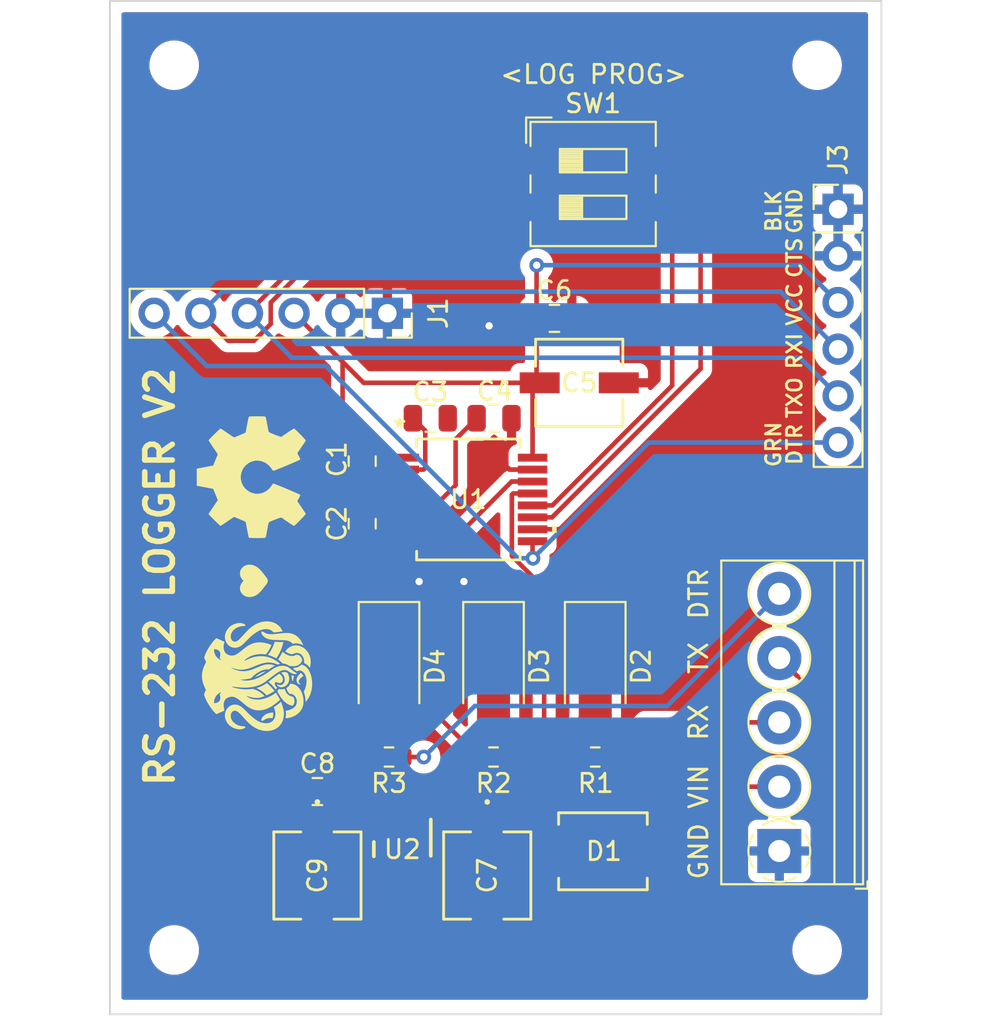
<source format=kicad_pcb>
(kicad_pcb (version 20221018) (generator pcbnew)
  (layers (0 "F.Cu" signal) (31 "B.Cu" signal) (34 "B.Paste" user) (35 "F.Paste" user) (36 "B.SilkS" user "B.Silkscreen") (37 "F.SilkS" user "F.Silkscreen") (38 "B.Mask" user) (39 "F.Mask" user) (44 "Edge.Cuts" user))
  (net 0 "")
  (net 1 "GND")
  (net 2 "/LOG_TX")
  (net 3 "/LOG_RX")
  (net 4 "/LOG_DTR")
  (net 5 "Net-(U1-C1+)")
  (net 6 "Net-(U1-VS+)")
  (net 7 "Net-(U1-C1-)")
  (net 8 "Net-(U1-C2+)")
  (net 9 "Net-(U1-C2-)")
  (net 10 "Net-(U1-VS-)")
  (net 12 "/CTD_DTR")
  (net 13 "/CTD_TX")
  (net 14 "/CTD_RX")
  (net 15 "Net-(U1-R1OUT)")
  (net 16 "Net-(U1-T1IN)")
  (net 17 "Net-(J2-Pin_3)")
  (net 18 "Net-(J2-Pin_4)")
  (net 19 "Net-(J2-Pin_5)")
  (net 22 "+3.3V")
  (net 23 "Net-(D1-K)")
  (net 24 "/VIN")
  (footprint "Capacitor_SMD:C_0805_2012Metric" (layer "F.Cu") (at 40.5384 55.2704 -90)
    (fp_text reference "C2")
    (fp_text value "4.7 uF")
  )
  (footprint "TLV70433DBVR:DBV0005A_N" (layer "F.Cu") (at 42.7228 72.9996 -90)
    (fp_text reference "U2")
    (fp_text value "TLV70433DBVR")
  )
  (footprint "Capacitor_SMD:C_0805_2012Metric" (layer "F.Cu") (at 44.2468 49.53)
    (fp_text reference "C3")
    (fp_text value "4.7 uF")
  )
  (footprint "TerminalBlock_Phoenix:TerminalBlock_Phoenix_PT-1,5-5-3.5-H_1x05_P3.50mm_Horizontal" (layer "F.Cu") (at 63.246 73.0862 90)
    (fp_text reference "J2" hide)
    (fp_text value "Conn_01x05" hide)
  )
  (footprint "Capacitor_SMD:C_0805_2012Metric" (layer "F.Cu") (at 51.0032 44.0944)
    (fp_text reference "C6")
    (fp_text value "0.1 uF")
  )
  (footprint "Capacitor_SMD:C_0805_2012Metric" (layer "F.Cu") (at 40.5384 51.8668 -90)
    (fp_text reference "C1")
    (fp_text value "1 uF")
  )
  (footprint "Capacitor_SMD:C_0805_2012Metric" (layer "F.Cu") (at 38.1 69.85 180)
    (fp_text reference "C8")
    (fp_text value "0.1 uF")
  )
  (footprint "Diode_SMD:D_SMA" (layer "F.Cu") (at 53.2252 63.0428 -90)
    (fp_text reference "D2")
    (fp_text value "SMBJ5.0CA")
  )
  (footprint "Connector_PinHeader_2.54mm:PinHeader_1x06_P2.54mm_Vertical" (layer "F.Cu") (at 66.4464 38.1508)
    (fp_text reference "J3")
    (fp_text value "Conn_01x06" hide)
  )
  (footprint "MountingHole:MountingHole_2.2mm_M2" (layer "F.Cu") (at 65.3028 78.4752)
    (fp_text reference "REF**" hide)
    (fp_text value "MountingHole_2.2mm_M2")
  )
  (footprint "Resistor_SMD:R_0603_1608Metric" (layer "F.Cu") (at 53.2252 67.9704 180)
    (fp_text reference "R1")
    (fp_text value "47Ω")
  )
  (footprint "MAX3232E:21-0056-E_90-0106-16L_MXM" (layer "F.Cu") (at 46.319202 53.9496)
    (fp_text reference "U1")
    (fp_text value "MAX3232E")
  )
  (footprint "EEE-FK1C100R:CAP_4 X 5.8_PAN" (layer "F.Cu") (at 47.3456 74.422 -90)
    (fp_text reference "C7")
    (fp_text value "10 uF")
  )
  (footprint "Resistor_SMD:R_0603_1608Metric" (layer "F.Cu") (at 47.688 67.9704 180)
    (fp_text reference "R2")
    (fp_text value "47Ω")
  )
  (footprint "EEE-FK1C100R:CAP_4 X 5.8_PAN" (layer "F.Cu") (at 38.1 74.422 -90)
    (fp_text reference "C9")
    (fp_text value "10 uF")
  )
  (footprint "EEE-FK1C100R:CAP_4 X 5.8_PAN" (layer "F.Cu") (at 52.354201 47.5996)
    (fp_text reference "C5")
    (fp_text value "10 uF")
  )
  (footprint "Connector_PinSocket_2.54mm:PinSocket_1x06_P2.54mm_Vertical" (layer "F.Cu") (at 41.91 43.815 -90)
    (fp_text reference "J1")
    (fp_text value "Conn_01x06" hide)
  )
  (footprint "Button_Switch_SMD:SW_DIP_SPSTx02_Slide_6.7x6.64mm_W8.61mm_P2.54mm_LowProfile" (layer "F.Cu") (at 53.1114 36.7792)
    (fp_text reference "SW1")
    (fp_text value "SW_DIP_x02" hide)
  )
  (footprint "LSM115JE3-TR13:DO-214BA_MCH" (layer "F.Cu") (at 53.6448 73.1012)
    (fp_text reference "D1")
    (fp_text value "D")
  )
  (footprint "Symbol:OSHW-Symbol_6.7x6mm_SilkScreen" (layer "F.Cu") (at 34.514936 52.747572 90)
    (fp_text reference "REF**" hide)
    (fp_text value "OSHW-Symbol_6.7x6mm_SilkScreen" hide)
  )
  (footprint "MountingHole:MountingHole_2.2mm_M2" (layer "F.Cu") (at 65.3028 30.3128)
    (fp_text reference "REF**" hide)
    (fp_text value "MountingHole_2.2mm_M2")
  )
  (footprint "Diode_SMD:D_SMA" (layer "F.Cu") (at 47.688 63.0428 -90)
    (fp_text reference "D3")
    (fp_text value "SMBJ5.0CA")
  )
  (footprint "Diode_SMD:D_SMA" (layer "F.Cu") (at 41.9994 63.0428 -90)
    (fp_text reference "D4")
    (fp_text value "SMBJ5.0CA")
  )
  (footprint "Capacitor_SMD:C_0805_2012Metric" (layer "F.Cu") (at 47.7164 49.53 180)
    (fp_text reference "C4")
    (fp_text value "4.7 uF")
  )
  (footprint "MountingHole:MountingHole_2.2mm_M2" (layer "F.Cu") (at 30.3028 78.4752)
    (fp_text reference "REF**" hide)
    (fp_text value "MountingHole_2.2mm_M2")
  )
  (footprint "Resistor_SMD:R_0603_1608Metric" (layer "F.Cu") (at 41.9994 67.9704 180)
    (fp_text reference "R3")
    (fp_text value "47Ω")
  )
  (footprint "MountingHole:MountingHole_2.2mm_M2" (layer "F.Cu") (at 30.3028 30.3128)
    (fp_text reference "REF**" hide)
    (fp_text value "MountingHole_2.2mm_M2")
  )
  (gr_poly (pts (xy 35.977081 62.642677) (xy 35.994409 62.615765) (xy 36.031224 62.555478) (xy 36.069221 62.49014) (xy 36.106367 62.424035) (xy 36.169973 62.306655) (xy 36.205779 62.237601) (xy 36.242117 62.27053) (xy 36.28503 62.304804) (xy 36.31194 62.324384) (xy 36.342207 62.344827) (xy 36.375621 62.36556) (xy 36.411974 62.386008) (xy 36.451056 62.405598) (xy 36.492659 62.423755) (xy 36.536572 62.439905) (xy 36.582587 62.453475) (xy 36.630494 62.463889) (xy 36.655092 62.467734) (xy 36.680085 62.470575) (xy 36.697943 62.472047) (xy 36.714739 62.473048) (xy 36.730506 62.473607) (xy 36.745277 62.473751) (xy 36.759083 62.473507) (xy 36.771957 62.472904) (xy 36.783932 62.47197) (xy 36.795041 62.470731) (xy 36.805314 62.469217) (xy 36.814786 62.467454) (xy 36.823488 62.465471) (xy 36.831452 62.463296) (xy 36.838712 62.460955) (xy 36.8453 62.458478) (xy 36.851248 62.455891) (xy 36.856588 62.453223) (xy 36.861353 62.450501) (xy 36.865576 62.447754) (xy 36.869289 62.445008) (xy 36.872524 62.442292) (xy 36.875314 62.439634) (xy 36.877691 62.437061) (xy 36.879688 62.434601) (xy 36.881337 62.432282) (xy 36.88267 62.430131) (xy 36.88372 62.428178) (xy 36.885102 62.424971) (xy 36.885895 62.422139) (xy 36.904336 62.417559) (xy 36.922416 62.413994) (xy 36.940128 62.411422) (xy 36.95747 62.409823) (xy 36.974437 62.409178) (xy 36.991023 62.409465) (xy 37.007224 62.410664) (xy 37.023037 62.412754) (xy 37.038455 62.415717) (xy 37.053475 62.41953) (xy 37.068092 62.424174) (xy 37.082302 62.429628) (xy 37.096099 62.435872) (xy 37.10948 62.442886) (xy 37.122439 62.450649) (xy 37.134973 62.459141) (xy 37.147076 62.468341) (xy 37.158744 62.47823) (xy 37.169972 62.488786) (xy 37.180756 62.499989) (xy 37.191092 62.51182) (xy 37.200974 62.524257) (xy 37.210398 62.537281) (xy 37.21936 62.55087) (xy 37.227855 62.565005) (xy 37.235878 62.579665) (xy 37.243425 62.59483) (xy 37.250491 62.61048) (xy 37.263163 62.643151) (xy 37.273856 62.677515) (xy 37.266884 62.706701) (xy 37.258446 62.734477) (xy 37.248591 62.760863) (xy 37.237367 62.785876) (xy 37.224825 62.809538) (xy 37.211013 62.831866) (xy 37.195981 62.852882) (xy 37.179778 62.872603) (xy 37.162452 62.891049) (xy 37.144054 62.908239) (xy 37.124633 62.924194) (xy 37.104237 62.938932) (xy 37.082917 62.952472) (xy 37.060721 62.964835) (xy 37.037698 62.976038) (xy 37.013898 62.986103) (xy 36.964163 63.00289) (xy 36.911909 63.015353) (xy 36.857531 63.023645) (xy 36.801422 63.02792) (xy 36.743976 63.028335) (xy 36.685588 63.025044) (xy 36.62665 63.018201) (xy 36.567556 63.007961) (xy 36.550476 62.996783) (xy 36.533732 62.986292) (xy 36.51733 62.976466) (xy 36.501272 62.967282) (xy 36.485563 62.958719) (xy 36.470207 62.950755) (xy 36.440568 62.936533) (xy 36.412386 62.92444) (xy 36.385692 62.914298) (xy 36.360518 62.905931) (xy 36.336894 62.899161) (xy 36.314851 62.89381) (xy 36.294421 62.889703) (xy 36.275634 62.886661) (xy 36.258521 62.884509) (xy 36.243114 62.883068) (xy 36.229444 62.882161) (xy 36.207437 62.881244) (xy 36.191726 62.864742) (xy 36.175415 62.848098) (xy 36.141542 62.814858) (xy 36.106914 62.782476) (xy 36.072628 62.751902) (xy 36.039778 62.724088) (xy 36.024234 62.711514) (xy 36.009461 62.699986) (xy 35.995595 62.689624) (xy 35.982773 62.680546) (xy 35.971133 62.672872) (xy 35.96081 62.66672)) (fill solid) (layer "F.SilkS"))
  (gr_poly (pts (xy 35.451902 62.351963) (xy 35.494754 62.29044) (xy 35.533917 62.230099) (xy 35.569533 62.171265) (xy 35.601743 62.114264) (xy 35.630689 62.05942) (xy 35.656511 62.007058) (xy 35.679351 61.957504) (xy 35.699351 61.911083) (xy 35.716652 61.86812) (xy 35.731394 61.82894) (xy 35.74372 61.793868) (xy 35.761689 61.73735) (xy 35.771686 61.701167) (xy 35.892531 61.706014) (xy 36.006424 61.709197) (xy 36.248359 61.713867) (xy 36.241152 61.748364) (xy 36.231841 61.788357) (xy 36.218457 61.84073) (xy 36.200798 61.903397) (xy 36.178663 61.974271) (xy 36.151851 62.051267) (xy 36.136628 62.091408) (xy 36.12016 62.132297) (xy 36.102246 62.173879) (xy 36.083067 62.215629) (xy 36.06296 62.257152) (xy 36.042256 62.298057) (xy 36.02129 62.337949) (xy 36.000396 62.376435) (xy 35.960158 62.447618) (xy 35.924213 62.508459) (xy 35.895231 62.555812) (xy 35.868841 62.597469) (xy 35.804032 62.566836) (xy 35.741379 62.53849) (xy 35.680784 62.512393) (xy 35.622148 62.488509) (xy 35.565373 62.4668) (xy 35.510359 62.447227) (xy 35.457008 62.429754) (xy 35.405221 62.414342)) (fill solid) (layer "F.SilkS"))
  (gr_poly (pts (xy 35.047278 65.936295) (xy 35.050408 65.919886) (xy 35.055566 65.902226) (xy 35.062727 65.883499) (xy 35.071862 65.863888) (xy 35.082945 65.843576) (xy 35.095949 65.822749) (xy 35.110846 65.801588) (xy 35.127609 65.780278) (xy 35.146211 65.759002) (xy 35.166626 65.737944) (xy 35.188825 65.717286) (xy 35.212781 65.697214) (xy 35.238468 65.677911) (xy 35.265859 65.659559) (xy 35.294925 65.642343) (xy 35.325641 65.626446) (xy 35.357979 65.612052) (xy 35.391911 65.599344) (xy 35.42741 65.588506) (xy 35.459802 65.580182) (xy 35.492198 65.572771) (xy 35.524588 65.56621) (xy 35.556959 65.560436) (xy 35.589301 65.555389) (xy 35.621601 65.551005) (xy 35.653849 65.547223) (xy 35.686032 65.543982) (xy 35.689463 65.563166) (xy 35.692236 65.582426) (xy 35.69434 65.601749) (xy 35.695765 65.621126) (xy 35.6965 65.640545) (xy 35.696536 65.659996) (xy 35.695862 65.679466) (xy 35.694468 65.698947) (xy 35.692343 65.718426) (xy 35.689478 65.737892) (xy 35.685861 65.757335) (xy 35.681483 65.776744) (xy 35.676333 65.796108) (xy 35.670402 65.815416) (xy 35.663678 65.834657) (xy 35.656152 65.853819) (xy 35.623142 65.852366) (xy 35.590959 65.8516) (xy 35.559559 65.85159) (xy 35.528902 65.852408) (xy 35.498945 65.854122) (xy 35.469646 65.856803) (xy 35.440963 65.860522) (xy 35.412854 65.865348) (xy 35.385277 65.871352) (xy 35.358191 65.878604) (xy 35.331552 65.887174) (xy 35.305319 65.897132) (xy 35.279451 65.908549) (xy 35.253904 65.921494) (xy 35.228637 65.936038) (xy 35.203609 65.952251) (xy 35.177887 65.96881) (xy 35.154548 65.98173) (xy 35.133564 65.991198) (xy 35.114908 65.997394) (xy 35.098553 66.000504) (xy 35.084471 66.000711) (xy 35.072636 65.998199) (xy 35.06302 65.993151) (xy 35.055596 65.98575) (xy 35.050337 65.97618) (xy 35.047216 65.964625) (xy 35.046205 65.951269)) (fill solid) (layer "F.SilkS"))
  (gr_poly (pts (xy 36.964897 63.759751) (xy 36.966154 63.745123) (xy 36.968121 63.730731) (xy 36.970767 63.716567) (xy 36.974062 63.702623) (xy 36.977974 63.68889) (xy 36.982473 63.675361) (xy 36.987528 63.662026) (xy 36.993109 63.648877) (xy 36.999184 63.635907) (xy 37.005723 63.623105) (xy 37.02007 63.597979) (xy 37.035904 63.57343) (xy 37.052979 63.549392) (xy 37.071047 63.525798) (xy 37.089865 63.502581) (xy 37.109185 63.479674) (xy 37.186568 63.389808) (xy 37.186569 63.389808) (xy 37.199131 63.397369) (xy 37.211245 63.405581) (xy 37.222918 63.414403) (xy 37.234155 63.423796) (xy 37.24496 63.433718) (xy 37.255339 63.44413) (xy 37.265297 63.454993) (xy 37.27484 63.466265) (xy 37.283973 63.477907) (xy 37.2927 63.489879) (xy 37.301028 63.50214) (xy 37.308962 63.51465) (xy 37.316507 63.527371) (xy 37.323668 63.54026) (xy 37.33045 63.553279) (xy 37.336859 63.566387) (xy 37.254486 63.624682) (xy 37.233455 63.640302) (xy 37.21278 63.656505) (xy 37.192729 63.673372) (xy 37.173568 63.690986) (xy 37.155562 63.709428) (xy 37.138978 63.728781) (xy 37.131303 63.738824) (xy 37.124082 63.749126) (xy 37.11735 63.759696) (xy 37.11114 63.770545) (xy 37.105485 63.781683) (xy 37.100419 63.793121) (xy 37.095974 63.804868) (xy 37.092184 63.816934) (xy 37.089082 63.829331) (xy 37.086702 63.842068) (xy 37.085076 63.855156) (xy 37.084239 63.868605) (xy 37.084284 63.873356) (xy 37.08448 63.877995) (xy 37.084825 63.882521) (xy 37.085317 63.886935) (xy 37.085956 63.891239) (xy 37.086739 63.895433) (xy 37.087666 63.899518) (xy 37.088736 63.903496) (xy 37.089946 63.907366) (xy 37.091296 63.91113) (xy 37.092784 63.914789) (xy 37.094409 63.918343) (xy 37.09617 63.921793) (xy 37.098065 63.925141) (xy 37.100094 63.928387) (xy 37.102254 63.931532) (xy 37.104544 63.934577) (xy 37.106964 63.937522) (xy 37.109511 63.940369) (xy 37.112185 63.943119) (xy 37.114985 63.945772) (xy 37.117908 63.948329) (xy 37.120953 63.950792) (xy 37.12412 63.95316) (xy 37.127407 63.955436) (xy 37.130812 63.957619) (xy 37.137974 63.961712) (xy 37.145594 63.965446) (xy 37.153662 63.968829) (xy 37.157162 63.970321) (xy 37.160316 63.971951) (xy 37.163133 63.973707) (xy 37.165623 63.975574) (xy 37.167797 63.977539) (xy 37.169663 63.97959) (xy 37.171231 63.981712) (xy 37.172512 63.983893) (xy 37.173515 63.98612) (xy 37.17425 63.988378) (xy 37.174727 63.990655) (xy 37.174956 63.992938) (xy 37.174946 63.995212) (xy 37.174707 63.997466) (xy 37.174249 63.999685) (xy 37.173581 64.001857) (xy 37.172715 64.003967) (xy 37.171658 64.006004) (xy 37.170422 64.007953) (xy 37.169016 64.009801) (xy 37.167449 64.011534) (xy 37.165733 64.013141) (xy 37.163875 64.014607) (xy 37.161887 64.015919) (xy 37.159777 64.017064) (xy 37.157557 64.018028) (xy 37.155235 64.018799) (xy 37.152821 64.019362) (xy 37.150326 64.019705) (xy 37.147758 64.019815) (xy 37.145129 64.019677) (xy 37.142447 64.019279) (xy 37.131291 64.016807) (xy 37.120525 64.013898) (xy 37.110144 64.010566) (xy 37.100147 64.006823) (xy 37.090531 64.002684) (xy 37.081292 63.998161) (xy 37.072428 63.993268) (xy 37.063937 63.988018) (xy 37.055816 63.982425) (xy 37.048061 63.976502) (xy 37.04067 63.970262) (xy 37.03364 63.96372) (xy 37.026969 63.956887) (xy 37.020653 63.949778) (xy 37.014691 63.942405) (xy 37.009078 63.934783) (xy 36.998893 63.918842) (xy 36.990074 63.902062) (xy 36.982601 63.884551) (xy 36.976451 63.866414) (xy 36.971602 63.847758) (xy 36.968031 63.828692) (xy 36.965716 63.809321) (xy 36.964636 63.789752) (xy 36.964381 63.774625)) (fill solid) (layer "F.SilkS"))
  (gr_poly (pts (xy 35.911881 64.391547) (xy 35.913081 64.390081) (xy 35.913074 64.390072) (xy 35.913068 64.390061) (xy 35.913061 64.390049) (xy 35.913053 64.390034) (xy 35.913038 64.390002) (xy 35.913019 64.389967) (xy 35.913009 64.389949) (xy 35.912997 64.389931) (xy 35.912985 64.389913) (xy 35.912972 64.389895) (xy 35.912957 64.389878) (xy 35.912949 64.38987) (xy 35.912941 64.389863) (xy 35.912932 64.389855) (xy 35.912923 64.389848) (xy 35.912914 64.389841) (xy 35.912904 64.389834) (xy 35.92562 64.374006) (xy 35.938166 64.358012) (xy 35.963131 64.32588) (xy 35.975739 64.30992) (xy 35.988559 64.29415) (xy 36.001684 64.278659) (xy 36.01521 64.263536) (xy 36.032665 64.268975) (xy 36.05044 64.273627) (xy 36.068504 64.277494) (xy 36.086825 64.280581) (xy 36.105371 64.282891) (xy 36.124111 64.284428) (xy 36.143013 64.285195) (xy 36.162045 64.285196) (xy 36.181175 64.284435) (xy 36.200372 64.282915) (xy 36.219604 64.28064) (xy 36.238839 64.277614) (xy 36.258046 64.273839) (xy 36.277192 64.269321) (xy 36.296246 64.264061) (xy 36.315177 64.258065) (xy 36.330354 64.300703) (xy 36.34609 64.341286) (xy 36.362652 64.37981) (xy 36.380313 64.416274) (xy 36.399343 64.450672) (xy 36.42001 64.483003) (xy 36.442586 64.513262) (xy 36.454674 64.527614) (xy 36.46734 64.541447) (xy 36.480618 64.55476) (xy 36.494543 64.567554) (xy 36.509147 64.579827) (xy 36.524465 64.591579) (xy 36.54053 64.60281) (xy 36.557375 64.61352) (xy 36.575036 64.623708) (xy 36.593545 64.633374) (xy 36.612937 64.642516) (xy 36.633244 64.651136) (xy 36.654502 64.659232) (xy 36.676743 64.666804) (xy 36.700001 64.673852) (xy 36.724311 64.680374) (xy 36.776219 64.691844) (xy 36.793248 64.719641) (xy 36.807952 64.746773) (xy 36.820449 64.773225) (xy 36.830856 64.798984) (xy 36.839289 64.824035) (xy 36.845866 64.848364) (xy 36.850703 64.871957) (xy 36.853918 64.894799) (xy 36.855627 64.916876) (xy 36.855947 64.938174) (xy 36.854996 64.958678) (xy 36.852891 64.978375) (xy 36.849748 64.99725) (xy 36.845684 65.015289) (xy 36.840816 65.032477) (xy 36.835262 65.048801) (xy 36.829139 65.064245) (xy 36.822562 65.078797) (xy 36.81565 65.092441) (xy 36.808519 65.105164) (xy 36.801286 65.116951) (xy 36.794068 65.127787) (xy 36.780147 65.146553) (xy 36.76769 65.161347) (xy 36.757633 65.172055) (xy 36.748465 65.180758) (xy 36.700411 65.1711) (xy 36.65414 65.158899) (xy 36.609615 65.144313) (xy 36.5668 65.1275) (xy 36.525656 65.108617) (xy 36.486147 65.087822) (xy 36.448235 65.065273) (xy 36.411883 65.041128) (xy 36.377054 65.015545) (xy 36.343711 64.988681) (xy 36.311816 64.960694) (xy 36.281333 64.931742) (xy 36.252223 64.901982) (xy 36.22445 64.871573) (xy 36.172766 64.809438) (xy 36.125981 64.746597) (xy 36.0838 64.684314) (xy 36.045922 64.62385) (xy 36.012052 64.566468) (xy 35.95514 64.465998) (xy 35.931503 64.425435) (xy 35.910682 64.393002)) (fill solid) (layer "F.SilkS"))
  (gr_poly (pts (xy 36.40088 62.152416) (xy 36.456516 62.092999) (xy 36.514612 62.041736) (xy 36.574815 61.998409) (xy 36.636774 61.962799) (xy 36.700136 61.934685) (xy 36.764549 61.913849) (xy 36.829661 61.900071) (xy 36.895121 61.893131) (xy 36.960576 61.892811) (xy 37.025674 61.89889) (xy 37.090063 61.91115) (xy 37.153392 61.929371) (xy 37.215308 61.953333) (xy 37.27546 61.982817) (xy 37.333495 62.017604) (xy 37.389061 62.057474) (xy 37.441806 62.102208) (xy 37.491379 62.151586) (xy 37.537426 62.205389) (xy 37.579598 62.263397) (xy 37.61754 62.325392) (xy 37.650902 62.391153) (xy 37.679331 62.460462) (xy 37.702476 62.533098) (xy 37.719984 62.608843) (xy 37.731503 62.687476) (xy 37.736681 62.76878) (xy 37.735167 62.852533) (xy 37.726608 62.938517) (xy 37.710652 63.026512) (xy 37.686948 63.116299) (xy 37.672982 63.097125) (xy 37.658475 63.078057) (xy 37.643397 63.059168) (xy 37.627721 63.040533) (xy 37.611417 63.022225) (xy 37.594458 63.00432) (xy 37.576813 62.98689) (xy 37.558455 62.970011) (xy 37.539356 62.953756) (xy 37.519485 62.9382) (xy 37.498815 62.923415) (xy 37.477317 62.909478) (xy 37.454963 62.896461) (xy 37.431723 62.884439) (xy 37.407569 62.873485) (xy 37.382473 62.863675) (xy 37.382349 62.81927) (xy 37.38034 62.776624) (xy 37.376509 62.735747) (xy 37.370919 62.696651) (xy 37.363634 62.659346) (xy 37.354716 62.623845) (xy 37.34423 62.590158) (xy 37.332237 62.558296) (xy 37.318802 62.528271) (xy 37.303988 62.500093) (xy 37.287857 62.473775) (xy 37.270474 62.449327) (xy 37.251901 62.426761) (xy 37.232201 62.406087) (xy 37.211438 62.387316) (xy 37.189674 62.370461) (xy 37.166974 62.355532) (xy 37.143401 62.34254) (xy 37.119016 62.331497) (xy 37.093885 62.322414) (xy 37.06807 62.315302) (xy 37.041633 62.310171) (xy 37.01464 62.307035) (xy 36.987152 62.305902) (xy 36.959232 62.306786) (xy 36.930945 62.309696) (xy 36.902353 62.314645) (xy 36.87352 62.321642) (xy 36.844509 62.330701) (xy 36.815382 62.341831) (xy 36.786204 62.355044) (xy 36.757037 62.370351) (xy 36.736047 62.371492) (xy 36.7135 62.370957) (xy 36.689599 62.368807) (xy 36.664547 62.365098) (xy 36.638548 62.359888) (xy 36.611804 62.353237) (xy 36.584518 62.345201) (xy 36.556893 62.33584) (xy 36.529132 62.325212) (xy 36.501438 62.313374) (xy 36.474015 62.300385) (xy 36.447064 62.286303) (xy 36.42079 62.271186) (xy 36.395395 62.255092) (xy 36.371082 62.238081) (xy 36.348054 62.220209)) (fill solid) (layer "F.SilkS"))
  (gr_poly (pts (xy 35.909044 64.039864) (xy 35.909356 64.037817) (xy 35.909829 64.035841) (xy 35.910457 64.033946) (xy 35.911237 64.032137) (xy 35.912163 64.030424) (xy 35.91323 64.028815) (xy 35.914434 64.027316) (xy 35.915768 64.025936) (xy 35.917229 64.024684) (xy 35.918811 64.023566) (xy 35.92051 64.02259) (xy 35.92232 64.021765) (xy 35.924237 64.021098) (xy 35.926255 64.020597) (xy 35.92837 64.02027) (xy 35.930577 64.020124) (xy 35.93287 64.020169) (xy 35.935246 64.02041) (xy 35.937698 64.020858) (xy 35.940222 64.021518) (xy 35.942812 64.022399) (xy 35.945465 64.02351) (xy 35.953562 64.02713) (xy 35.961697 64.030588) (xy 35.969848 64.033876) (xy 35.977991 64.036983) (xy 35.986104 64.039902) (xy 35.994165 64.042621) (xy 36.00215 64.045133) (xy 36.010037 64.047427) (xy 36.017803 64.049495) (xy 36.025424 64.051327) (xy 36.032879 64.052914) (xy 36.040145 64.054246) (xy 36.047198 64.055314) (xy 36.054016 64.05611) (xy 36.060577 64.056623) (xy 36.066856 64.056844) (xy 36.066843 64.056857) (xy 36.06683 64.056872) (xy 36.066803 64.056902) (xy 36.06675 64.056965) (xy 36.066737 64.056981) (xy 36.066724 64.056995) (xy 36.066711 64.05701) (xy 36.066697 64.057023) (xy 36.066684 64.057036) (xy 36.066671 64.057047) (xy 36.066658 64.057057) (xy 36.066651 64.057062) (xy 36.066644 64.057066) (xy 36.092947 64.055313) (xy 36.117881 64.051309) (xy 36.141433 64.045162) (xy 36.163594 64.036983) (xy 36.184353 64.026883) (xy 36.203698 64.014971) (xy 36.22162 64.001359) (xy 36.238106 63.986156) (xy 36.253146 63.969474) (xy 36.26673 63.951421) (xy 36.278846 63.932109) (xy 36.289484 63.911648) (xy 36.298632 63.890148) (xy 36.30628 63.867719) (xy 36.312418 63.844473) (xy 36.317033 63.820518) (xy 36.320115 63.795966) (xy 36.321653 63.770927) (xy 36.321638 63.745511) (xy 36.320056 63.719829) (xy 36.316898 63.69399) (xy 36.312153 63.668105) (xy 36.305811 63.642285) (xy 36.297859 63.61664) (xy 36.288287 63.59128) (xy 36.277085 63.566316) (xy 36.264241 63.541857) (xy 36.249744 63.518014) (xy 36.233585 63.494898) (xy 36.215751 63.472619) (xy 36.196232 63.451287) (xy 36.175018 63.431012) (xy 36.169364 63.425324) (xy 36.163649 63.419716) (xy 36.157872 63.414189) (xy 36.152034 63.408743) (xy 36.146138 63.403381) (xy 36.140182 63.398101) (xy 36.134169 63.392906) (xy 36.128098 63.387797) (xy 36.148632 63.37806) (xy 36.169664 63.36931) (xy 36.191103 63.361618) (xy 36.212856 63.355056) (xy 36.234831 63.349695) (xy 36.256937 63.345607) (xy 36.279081 63.342863) (xy 36.301172 63.341534) (xy 36.323117 63.341693) (xy 36.344825 63.34341) (xy 36.366203 63.346757) (xy 36.38716 63.351805) (xy 36.397452 63.35499) (xy 36.407603 63.358627) (xy 36.417604 63.362724) (xy 36.427442 63.367292) (xy 36.437105 63.372339) (xy 36.446582 63.377874) (xy 36.455863 63.383906) (xy 36.464934 63.390443) (xy 36.478743 63.411681) (xy 36.492019 63.434359) (xy 36.504623 63.458402) (xy 36.516417 63.483733) (xy 36.527262 63.510276) (xy 36.53702 63.537955) (xy 36.545553 63.566695) (xy 36.552723 63.596418) (xy 36.558391 63.627049) (xy 36.562419 63.658511) (xy 36.564669 63.690729) (xy 36.565002 63.723627) (xy 36.563281 63.757127) (xy 36.559366 63.791155) (xy 36.55312 63.825634) (xy 36.544404 63.860487) (xy 36.535742 63.887264) (xy 36.525383 63.913052) (xy 36.513426 63.937818) (xy 36.49997 63.96153) (xy 36.485114 63.984155) (xy 36.468956 64.005658) (xy 36.451596 64.026007) (xy 36.433133 64.045169) (xy 36.413664 64.06311) (xy 36.39329 64.079798) (xy 36.372108 64.095198) (xy 36.350218 64.109279) (xy 36.327718 64.122006) (xy 36.304708 64.133347) (xy 36.281286 64.143268) (xy 36.257551 64.151736) (xy 36.233601 64.158719) (xy 36.209537 64.164182) (xy 36.185455 64.168092) (xy 36.161457 64.170417) (xy 36.137639 64.171124) (xy 36.114101 64.170178) (xy 36.090942 64.167547) (xy 36.068261 64.163198) (xy 36.046156 64.157097) (xy 36.024727 64.149212) (xy 36.004072 64.139509) (xy 35.984289 64.127954) (xy 35.965479 64.114516) (xy 35.947739 64.099159) (xy 35.931169 64.081853) (xy 35.915867 64.062562) (xy 35.914297 64.060228) (xy 35.912938 64.057888) (xy 35.911784 64.055548) (xy 35.91083 64.053218) (xy 35.910072 64.050904) (xy 35.909505 64.048615) (xy 35.909124 64.046359) (xy 35.908923 64.044143) (xy 35.908898 64.041976)) (fill solid) (layer "F.SilkS"))
  (gr_poly (pts (xy 36.814351 63.129881) (xy 36.828295 63.10815) (xy 36.859948 63.107848) (xy 36.890006 63.106284) (xy 36.91861 63.103446) (xy 36.945901 63.099322) (xy 36.972017 63.093897) (xy 36.997101 63.08716) (xy 37.021292 63.079098) (xy 37.04473 63.069697) (xy 37.067556 63.058946) (xy 37.089911 63.04683) (xy 37.111933 63.033338) (xy 37.133765 63.018456) (xy 37.155545 63.002172) (xy 37.177415 62.984473) (xy 37.199514 62.965346) (xy 37.221984 62.944779) (xy 37.254438 62.950577) (xy 37.28571 62.958067) (xy 37.315842 62.967236) (xy 37.344875 62.978071) (xy 37.372853 62.99056) (xy 37.399818 63.004688) (xy 37.425813 63.020445) (xy 37.450879 63.037815) (xy 37.47506 63.056787) (xy 37.498399 63.077348) (xy 37.520937 63.099485) (xy 37.542716 63.123184) (xy 37.563781 63.148433) (xy 37.584172 63.175219) (xy 37.603933 63.20353) (xy 37.623106 63.233351) (xy 37.650542 63.281139) (xy 37.675884 63.330675) (xy 37.699129 63.381827) (xy 37.720275 63.434464) (xy 37.756256 63.54367) (xy 37.783804 63.657245) (xy 37.802894 63.774142) (xy 37.813505 63.893311) (xy 37.815611 64.013704) (xy 37.80919 64.134275) (xy 37.794218 64.253974) (xy 37.770671 64.371754) (xy 37.738527 64.486566) (xy 37.697761 64.597362) (xy 37.674138 64.650927) (xy 37.64835 64.703094) (xy 37.620395 64.753734) (xy 37.590271 64.802715) (xy 37.557973 64.849906) (xy 37.523499 64.895175) (xy 37.486847 64.938393) (xy 37.448012 64.979428) (xy 37.44801 64.979438) (xy 37.448007 64.979447) (xy 37.448004 64.979456) (xy 37.448001 64.979464) (xy 37.447998 64.979471) (xy 37.447995 64.979478) (xy 37.447992 64.979485) (xy 37.447989 64.979491) (xy 37.447986 64.979497) (xy 37.447983 64.979502) (xy 37.447979 64.979506) (xy 37.447976 64.97951) (xy 37.447973 64.979514) (xy 37.447969 64.979518) (xy 37.447966 64.979521) (xy 37.447963 64.979523) (xy 37.447959 64.979526) (xy 37.447956 64.979528) (xy 37.447953 64.97953) (xy 37.44795 64.979531) (xy 37.447946 64.979533) (xy 37.447943 64.979534) (xy 37.44794 64.979535) (xy 37.447937 64.979535) (xy 37.44793 64.979536) (xy 37.447924 64.979537) (xy 37.447919 64.979537) (xy 37.447913 64.979537) (xy 37.449381 64.943909) (xy 37.449842 64.908175) (xy 37.449304 64.872377) (xy 37.447769 64.836554) (xy 37.445245 64.800749) (xy 37.441734 64.765001) (xy 37.437244 64.729353) (xy 37.431778 64.693845) (xy 37.425342 64.658518) (xy 37.417941 64.623414) (xy 37.409579 64.588572) (xy 37.400263 64.554035) (xy 37.389996 64.519843) (xy 37.378784 64.486038) (xy 37.366632 64.452659) (xy 37.353545 64.419749) (xy 37.382213 64.365458) (xy 37.408226 64.309156) (xy 37.43147 64.251166) (xy 37.45183 64.191807) (xy 37.469191 64.131399) (xy 37.483438 64.070265) (xy 37.494457 64.008723) (xy 37.502133 63.947095) (xy 37.506351 63.885702) (xy 37.506997 63.824863) (xy 37.503955 63.764899) (xy 37.497111 63.706132) (xy 37.486351 63.648881) (xy 37.471559 63.593467) (xy 37.45262 63.54021) (xy 37.429421 63.489432) (xy 37.413886 63.459707) (xy 37.395872 63.430544) (xy 37.375586 63.402352) (xy 37.353235 63.375539) (xy 37.329026 63.350511) (xy 37.303166 63.327678) (xy 37.289681 63.317211) (xy 37.275862 63.307446) (xy 37.261733 63.298433) (xy 37.24732 63.290223) (xy 37.23265 63.282868) (xy 37.217749 63.276417) (xy 37.202641 63.270923) (xy 37.187354 63.266436) (xy 37.171912 63.263007) (xy 37.156342 63.260686) (xy 37.14067 63.259526) (xy 37.124921 63.259577) (xy 37.109122 63.26089) (xy 37.093298 63.263515) (xy 37.077475 63.267505) (xy 37.061679 63.272909) (xy 37.045936 63.279778) (xy 37.030272 63.288165) (xy 37.014712 63.298119) (xy 36.999283 63.309692) (xy 36.970445 63.293917) (xy 36.942263 63.277703) (xy 36.914758 63.261044) (xy 36.887953 63.243934) (xy 36.86187 63.226368) (xy 36.836532 63.20834) (xy 36.811961 63.189844) (xy 36.78818 63.170874)) (fill solid) (layer "F.SilkS"))
  (gr_poly (pts (xy 36.710399 63.527011) (xy 36.727124 63.53328) (xy 36.744134 63.539067) (xy 36.761438 63.544331) (xy 36.779045 63.549032) (xy 36.796962 63.553131) (xy 36.8152 63.556587) (xy 36.833766 63.55936) (xy 36.823482 63.588312) (xy 36.813691 63.617941) (xy 36.80462 63.648288) (xy 36.796494 63.679396) (xy 36.792857 63.695248) (xy 36.789541 63.711306) (xy 36.786575 63.727575) (xy 36.783987 63.74406) (xy 36.781805 63.760767) (xy 36.780058 63.777701) (xy 36.778774 63.794866) (xy 36.777981 63.812269) (xy 36.777829 63.814267) (xy 36.777503 63.816169) (xy 36.777012 63.817973) (xy 36.776368 63.819675) (xy 36.77558 63.821271) (xy 36.774658 63.822759) (xy 36.773613 63.824135) (xy 36.772455 63.825395) (xy 36.771194 63.826537) (xy 36.769839 63.827556) (xy 36.768402 63.82845) (xy 36.766892 63.829215) (xy 36.765319 63.829848) (xy 36.763694 63.830346) (xy 36.762026 63.830704) (xy 36.760326 63.83092) (xy 36.758605 63.83099) (xy 36.756871 63.830912) (xy 36.755136 63.83068) (xy 36.753408 63.830293) (xy 36.7517 63.829747) (xy 36.75002 63.829038) (xy 36.748379 63.828164) (xy 36.746787 63.82712) (xy 36.745254 63.825903) (xy 36.74379 63.82451) (xy 36.742405 63.822938) (xy 36.74111 63.821184) (xy 36.739915 63.819243) (xy 36.738829 63.817112) (xy 36.737864 63.814789) (xy 36.737028 63.812269) (xy 36.727115 63.77656) (xy 36.718392 63.740769) (xy 36.710911 63.704824) (xy 36.704724 63.668654) (xy 36.699883 63.632188) (xy 36.696439 63.595355) (xy 36.694444 63.558083) (xy 36.69395 63.5203)) (fill solid) (layer "F.SilkS"))
  (gr_poly (pts (xy 34.754373 63.574765) (xy 34.784886 63.550047) (xy 34.817042 63.52523) (xy 34.850748 63.500562) (xy 34.885912 63.476288) (xy 34.922443 63.452654) (xy 34.960249 63.429906) (xy 34.999238 63.408289) (xy 35.039317 63.38805) (xy 35.080395 63.369433) (xy 35.122381 63.352686) (xy 35.165181 63.338054) (xy 35.208705 63.325782) (xy 35.252859 63.316117) (xy 35.297553 63.309304) (xy 35.227314 63.354366) (xy 35.156141 63.39867) (xy 35.084715 63.44147) (xy 35.013717 63.482018) (xy 34.943827 63.519566) (xy 34.875725 63.553367) (xy 34.842557 63.568628) (xy 34.810092 63.582672) (xy 34.778414 63.595405) (xy 34.747608 63.606734) (xy 34.735165 63.610993) (xy 34.72294 63.615017) (xy 34.698642 63.622927)) (fill solid) (layer "F.SilkS"))
  (gr_poly (pts (xy 33.063831 61.394934) (xy 33.069917 61.335398) (xy 33.081751 61.275304) (xy 33.099573 61.214956) (xy 33.123622 61.154662) (xy 33.154138 61.094727) (xy 33.191361 61.035458) (xy 33.235532 60.977161) (xy 33.265758 60.941059) (xy 33.299149 60.906936) (xy 33.335379 60.874863) (xy 33.374121 60.84491) (xy 33.41505 60.817149) (xy 33.457838 60.791651) (xy 33.502161 60.768485) (xy 33.547692 60.747723) (xy 33.594104 60.729436) (xy 33.641072 60.713695) (xy 33.68827 60.70057) (xy 33.735371 60.690131) (xy 33.782049 60.682451) (xy 33.827979 60.677599) (xy 33.872833 60.675647) (xy 33.916287 60.676665) (xy 33.916288 60.676665) (xy 33.937216 60.679072) (xy 33.958969 60.682434) (xy 33.981237 60.686698) (xy 34.003708 60.691811) (xy 34.026073 60.697718) (xy 34.04802 60.704366) (xy 34.06924 60.711702) (xy 34.089422 60.719673) (xy 34.108255 60.728224) (xy 34.117069 60.732701) (xy 34.125429 60.737303) (xy 34.133297 60.742024) (xy 34.140634 60.746856) (xy 34.147401 60.751793) (xy 34.153559 60.756829) (xy 34.159069 60.761956) (xy 34.163893 60.767169) (xy 34.167992 60.77246) (xy 34.171327 60.777822) (xy 34.173859 60.78325) (xy 34.175549 60.788736) (xy 34.176359 60.794273) (xy 34.176249 60.799855) (xy 34.174556 60.809998) (xy 34.171696 60.818164) (xy 34.169784 60.821581) (xy 34.167527 60.824594) (xy 34.164907 60.827233) (xy 34.161907 60.829529) (xy 34.154693 60.833211) (xy 34.145744 60.835881) (xy 34.134918 60.837781) (xy 34.122071 60.83915) (xy 34.047642 60.844162) (xy 34.022563 60.846503) (xy 33.99461 60.849764) (xy 33.963642 60.854183) (xy 33.929517 60.860004) (xy 33.89384 60.867468) (xy 33.858394 60.876636) (xy 33.823299 60.887478) (xy 33.788676 60.899964) (xy 33.754646 60.914063) (xy 33.721329 60.929746) (xy 33.688846 60.946982) (xy 33.657318 60.96574) (xy 33.626865 60.985991) (xy 33.597607 61.007704) (xy 33.569667 61.030849) (xy 33.543164 61.055396) (xy 33.518218 61.081313) (xy 33.494952 61.108572) (xy 33.473484 61.137141) (xy 33.463463 61.151908) (xy 33.453937 61.166991) (xy 33.44442 61.181686) (xy 33.435579 61.197074) (xy 33.427423 61.213093) (xy 33.419958 61.229681) (xy 33.413194 61.246775) (xy 33.407136 61.264313) (xy 33.401795 61.282233) (xy 33.397176 61.300473) (xy 33.393289 61.31897) (xy 33.390141 61.337661) (xy 33.387739 61.356485) (xy 33.386092 61.375378) (xy 33.385207 61.39428) (xy 33.385092 61.413127) (xy 33.385755 61.431857) (xy 33.387204 61.450408) (xy 33.389447 61.468718) (xy 33.392491 61.486724) (xy 33.396345 61.504363) (xy 33.401016 61.521574) (xy 33.406511 61.538294) (xy 33.41284 61.554461) (xy 33.420009 61.570012) (xy 33.428026 61.584886) (xy 33.436899 61.599019) (xy 33.446637 61.61235) (xy 33.457247 61.624816) (xy 33.468736 61.636355) (xy 33.481112 61.646904) (xy 33.494384 61.656402) (xy 33.50856 61.664786) (xy 33.523646 61.671993) (xy 33.536834 61.677124) (xy 33.549886 61.68129) (xy 33.562798 61.68453) (xy 33.575568 61.686882) (xy 33.588192 61.688384) (xy 33.600668 61.689073) (xy 33.612993 61.688987) (xy 33.625163 61.688165) (xy 33.637176 61.686645) (xy 33.649028 61.684464) (xy 33.660717 61.681661) (xy 33.672239 61.678273) (xy 33.683593 61.674339) (xy 33.694773 61.669896) (xy 33.705779 61.664983) (xy 33.716606 61.659637) (xy 33.727252 61.653896) (xy 33.737714 61.647799) (xy 33.758073 61.634686) (xy 33.777658 61.620603) (xy 33.796448 61.605853) (xy 33.814416 61.59074) (xy 33.83154 61.575568) (xy 33.863159 61.546263) (xy 33.911795 61.498349) (xy 33.958731 61.44999) (xy 34.04906 61.352403) (xy 34.13726 61.25444) (xy 34.226445 61.157038) (xy 34.27238 61.108842) (xy 34.319729 61.061137) (xy 34.368882 61.014042) (xy 34.420228 60.967674) (xy 34.474155 60.922149) (xy 34.531053 60.877586) (xy 34.591313 60.834101) (xy 34.655322 60.791812) (xy 34.708862 60.75972) (xy 34.763352 60.730352) (xy 34.818664 60.703711) (xy 34.87467 60.6798) (xy 34.93124 60.658623) (xy 34.988247 60.640181) (xy 35.045563 60.624477) (xy 35.103058 60.611516) (xy 35.160605 60.601299) (xy 35.218075 60.593829) (xy 35.27534 60.58911) (xy 35.332272 60.587144) (xy 35.388742 60.587935) (xy 35.444622 60.591484) (xy 35.499783 60.597796) (xy 35.554098 60.606873) (xy 35.607438 60.618717) (xy 35.659674 60.633333) (xy 35.710678 60.650722) (xy 35.760322 60.670887) (xy 35.808477 60.693833) (xy 35.855016 60.71956) (xy 35.89981 60.748074) (xy 35.94273 60.779375) (xy 35.983648 60.813468) (xy 36.022435 60.850354) (xy 36.058965 60.890038) (xy 36.093107 60.932522) (xy 36.124734 60.977808) (xy 36.153717 61.0259) (xy 36.179929 61.076801) (xy 36.20324 61.130514) (xy 36.205321 61.136229) (xy 36.142153 61.142598) (xy 36.079149 61.149846) (xy 35.954108 61.165523) (xy 35.831157 61.180347) (xy 35.770765 61.186528) (xy 35.711255 61.191403) (xy 35.709911 61.189519) (xy 35.708593 61.187625) (xy 35.705986 61.183828) (xy 35.704672 61.181931) (xy 35.703333 61.180043) (xy 35.701957 61.178166) (xy 35.700531 61.176305) (xy 35.682938 61.155455) (xy 35.664131 61.136067) (xy 35.644168 61.118125) (xy 35.623106 61.101612) (xy 35.601004 61.086511) (xy 35.57792 61.072807) (xy 35.553912 61.060482) (xy 35.529037 61.04952) (xy 35.503354 61.039904) (xy 35.476921 61.031618) (xy 35.449796 61.024646) (xy 35.422036 61.01897) (xy 35.364847 61.011442) (xy 35.305817 61.008903) (xy 35.24541 61.011219) (xy 35.18409 61.018259) (xy 35.122323 61.029891) (xy 35.06057 61.045981) (xy 34.999297 61.066397) (xy 34.938968 61.091007) (xy 34.880047 61.119679) (xy 34.822997 61.15228) (xy 34.768148 61.187306) (xy 34.715393 61.22331) (xy 34.66452 61.260251) (xy 34.615315 61.298083) (xy 34.567567 61.336764) (xy 34.521063 61.376249) (xy 34.47559 61.416495) (xy 34.430937 61.457459) (xy 34.343239 61.541365) (xy 34.256269 61.627617) (xy 34.077718 61.805766) (xy 34.018104 61.859744) (xy 33.958238 61.905507) (xy 33.898361 61.943361) (xy 33.838712 61.973612) (xy 33.779531 61.996565) (xy 33.721059 62.012528) (xy 33.663536 62.021807) (xy 33.607201 62.024708) (xy 33.552294 62.021537) (xy 33.499055 62.0126) (xy 33.447724 61.998204) (xy 33.398542 61.978655) (xy 33.351748 61.954259) (xy 33.307581 61.925323) (xy 33.266283 61.892152) (xy 33.228093 61.855053) (xy 33.193251 61.814333) (xy 33.161996 61.770296) (xy 33.134569 61.723251) (xy 33.11121 61.673503) (xy 33.092159 61.621357) (xy 33.077656 61.567122) (xy 33.06794 61.511102) (xy 33.063251 61.453604)) (fill solid) (layer "F.SilkS"))
  (gr_poly (pts (xy 36.36729 65.831161) (xy 36.37202 65.805773) (xy 36.376087 65.780389) (xy 36.379503 65.75501) (xy 36.382283 65.729638) (xy 36.384438 65.704275) (xy 36.385982 65.678922) (xy 36.386927 65.653583) (xy 36.387286 65.628258) (xy 36.387072 65.60295) (xy 36.386298 65.57766) (xy 36.384977 65.552391) (xy 36.380744 65.501922) (xy 36.374478 65.451557) (xy 36.405274 65.446867) (xy 36.440604 65.440495) (xy 36.47967 65.432225) (xy 36.521676 65.421838) (xy 36.565825 65.409118) (xy 36.611321 65.393847) (xy 36.657368 65.375807) (xy 36.703168 65.354782) (xy 36.725727 65.343081) (xy 36.747926 65.330552) (xy 36.769665 65.317169) (xy 36.790845 65.302902) (xy 36.811366 65.287727) (xy 36.831128 65.271614) (xy 36.850032 65.254538) (xy 36.867979 65.23647) (xy 36.884869 65.217384) (xy 36.900602 65.197252) (xy 36.915079 65.176048) (xy 36.928199 65.153744) (xy 36.939865 65.130313) (xy 36.949975 65.105728) (xy 36.958432 65.079961) (xy 36.965133 65.052985) (xy 36.968309 65.036849) (xy 36.970995 65.021096) (xy 36.973206 65.00572) (xy 36.974959 64.990714) (xy 36.976269 64.97607) (xy 36.977152 64.961782) (xy 36.977624 64.947843) (xy 36.9777 64.934245) (xy 36.977397 64.920981) (xy 36.976729 64.908044) (xy 36.974364 64.883124) (xy 36.970731 64.859427) (xy 36.965956 64.836897) (xy 36.960166 64.815477) (xy 36.953486 64.79511) (xy 36.946043 64.775739) (xy 36.937961 64.757308) (xy 36.929367 64.739759) (xy 36.920387 64.723037) (xy 36.911146 64.707084) (xy 36.901771 64.691843) (xy 36.894205 64.6803) (xy 36.886389 64.669256) (xy 36.878331 64.658703) (xy 36.870043 64.648634) (xy 36.852815 64.629913) (xy 36.834782 64.613027) (xy 36.816025 64.59791) (xy 36.796623 64.584495) (xy 36.776654 64.572718) (xy 36.756199 64.562513) (xy 36.735337 64.553812) (xy 36.714147 64.546552) (xy 36.692708 64.540665) (xy 36.6711 64.536087) (xy 36.649401 64.532751) (xy 36.627693 64.530591) (xy 36.606053 64.529542) (xy 36.584561 64.529538) (xy 36.574091 64.519565) (xy 36.564028 64.509396) (xy 36.545091 64.488557) (xy 36.527681 64.467185) (xy 36.511728 64.445444) (xy 36.497165 64.4235) (xy 36.483922 64.401517) (xy 36.471932 64.37966) (xy 36.461125 64.358094) (xy 36.451433 64.336984) (xy 36.442788 64.316494) (xy 36.43512 64.29679) (xy 36.428362 64.278035) (xy 36.417299 64.244036) (xy 36.40905 64.215816) (xy 36.426157 64.205669) (xy 36.442855 64.194824) (xy 36.45912 64.183305) (xy 36.47493 64.171133) (xy 36.49026 64.158333) (xy 36.505088 64.144927) (xy 36.51939 64.130939) (xy 36.533144 64.116391) (xy 36.546327 64.101306) (xy 36.558914 64.085708) (xy 36.570884 64.069619) (xy 36.582212 64.053062) (xy 36.592876 64.036062) (xy 36.602852 64.018639) (xy 36.612118 64.000819) (xy 36.62065 63.982623) (xy 36.62065 63.98258) (xy 36.665423 63.982602) (xy 36.709088 63.986219) (xy 36.751612 63.993291) (xy 36.79296 64.003682) (xy 36.833099 64.017253) (xy 36.871996 64.033865) (xy 36.909617 64.053381) (xy 36.945929 64.075662) (xy 36.980897 64.100571) (xy 37.014489 64.127968) (xy 37.046671 64.157717) (xy 37.077409 64.189678) (xy 37.106669 64.223713) (xy 37.13442 64.259685) (xy 37.185254 64.336884) (xy 37.229642 64.420171) (xy 37.267317 64.508439) (xy 37.298011 64.600583) (xy 37.321453 64.695497) (xy 37.337378 64.792077) (xy 37.345515 64.889216) (xy 37.345598 64.98581) (xy 37.337356 65.080753) (xy 37.329272 65.128462) (xy 37.318638 65.174709) (xy 37.305566 65.219491) (xy 37.290167 65.262801) (xy 37.272549 65.304634) (xy 37.252825 65.344985) (xy 37.231103 65.383848) (xy 37.207495 65.421219) (xy 37.182111 65.457092) (xy 37.155061 65.491461) (xy 37.126455 65.524322) (xy 37.096404 65.555669) (xy 37.065019 65.585497) (xy 37.03241 65.6138) (xy 36.998686 65.640574) (xy 36.963959 65.665812) (xy 36.891935 65.711663) (xy 36.81722 65.75131) (xy 36.740699 65.784712) (xy 36.663253 65.811825) (xy 36.585766 65.832607) (xy 36.50912 65.847017) (xy 36.434198 65.855012) (xy 36.361884 65.85655)) (fill solid) (layer "F.SilkS"))
  (gr_poly (pts (xy 35.047215 61.172467) (xy 35.050336 61.160912) (xy 35.055595 61.151342) (xy 35.063019 61.143942) (xy 35.072635 61.138893) (xy 35.08447 61.136381) (xy 35.098552 61.136588) (xy 35.114907 61.139698) (xy 35.133563 61.145895) (xy 35.154547 61.155362) (xy 35.177887 61.168283) (xy 35.203608 61.184841) (xy 35.257092 61.216773) (xy 35.313472 61.241803) (xy 35.372543 61.260558) (xy 35.434101 61.273668) (xy 35.497939 61.281761) (xy 35.563853 61.285467) (xy 35.701087 61.282229) (xy 36.292027 61.219506) (xy 36.442057 61.216532) (xy 36.516288 61.220409) (xy 36.589723 61.228701) (xy 36.662156 61.242035) (xy 36.733383 61.261041) (xy 36.803199 61.286348) (xy 36.871397 61.318583) (xy 36.937774 61.358377) (xy 37.002124 61.406357) (xy 37.064242 61.463153) (xy 37.123923 61.529393) (xy 37.180961 61.605706) (xy 37.235152 61.69272) (xy 37.28629 61.791065) (xy 37.33417 61.901368) (xy 37.305766 61.884456) (xy 37.276575 61.868495) (xy 37.24655 61.8536) (xy 37.215644 61.839886) (xy 37.183811 61.827468) (xy 37.151002 61.816461) (xy 37.117172 61.806979) (xy 37.082272 61.799138) (xy 37.046256 61.793051) (xy 37.009077 61.788834) (xy 36.970688 61.786601) (xy 36.931041 61.786468) (xy 36.89009 61.788549) (xy 36.847787 61.792958) (xy 36.804085 61.799811) (xy 36.758938 61.809223) (xy 36.731344 61.779602) (xy 36.702391 61.753013) (xy 36.672124 61.72929) (xy 36.640588 61.70827) (xy 36.60783 61.689787) (xy 36.573894 61.673677) (xy 36.538827 61.659776) (xy 36.502673 61.647918) (xy 36.427288 61.629676) (xy 36.348104 61.617635) (xy 36.265485 61.610477) (xy 36.179795 61.606887) (xy 35.813607 61.601865) (xy 35.718023 61.596362) (xy 35.621553 61.586526) (xy 35.52456 61.571041) (xy 35.42741 61.548591) (xy 35.39191 61.537752) (xy 35.357978 61.525044) (xy 35.32564 61.510649) (xy 35.294925 61.494751) (xy 35.265858 61.477535) (xy 35.238468 61.459183) (xy 35.212781 61.439879) (xy 35.188824 61.419806) (xy 35.166625 61.399149) (xy 35.146211 61.37809) (xy 35.127608 61.356814) (xy 35.110845 61.335504) (xy 35.095948 61.314343) (xy 35.082944 61.293515) (xy 35.071861 61.273204) (xy 35.062726 61.253593) (xy 35.055565 61.234866) (xy 35.050407 61.217206) (xy 35.047277 61.200797) (xy 35.046204 61.185823)) (fill solid) (layer "F.SilkS"))
  (gr_poly (pts (xy 33.06794 65.629582) (xy 33.077656 65.57356) (xy 33.09216 65.519323) (xy 33.111211 65.467176) (xy 33.13457 65.417426) (xy 33.161996 65.370379) (xy 33.193251 65.326341) (xy 33.228093 65.285618) (xy 33.266284 65.248518) (xy 33.307582 65.215345) (xy 33.351748 65.186407) (xy 33.398542 65.16201) (xy 33.447725 65.142459) (xy 33.499055 65.128062) (xy 33.552294 65.119124) (xy 33.607201 65.115952) (xy 33.663536 65.118851) (xy 33.72106 65.128129) (xy 33.779532 65.144092) (xy 33.838712 65.167045) (xy 33.898361 65.197295) (xy 33.958238 65.235148) (xy 34.018104 65.280911) (xy 34.077719 65.33489) (xy 34.25627 65.513042) (xy 34.343239 65.5993) (xy 34.430937 65.683212) (xy 34.475591 65.724179) (xy 34.521063 65.764429) (xy 34.567567 65.803917) (xy 34.615316 65.842601) (xy 34.66452 65.880436) (xy 34.715394 65.917378) (xy 34.768149 65.953385) (xy 34.822997 65.988411) (xy 34.880047 66.021013) (xy 34.938968 66.049686) (xy 34.999298 66.074297) (xy 35.060571 66.094714) (xy 35.122323 66.110805) (xy 35.184091 66.122436) (xy 35.24541 66.129477) (xy 35.275757 66.131234) (xy 35.305817 66.131794) (xy 35.335533 66.131139) (xy 35.364847 66.129254) (xy 35.393701 66.126122) (xy 35.422037 66.121727) (xy 35.449796 66.116051) (xy 35.476922 66.109079) (xy 35.503355 66.100793) (xy 35.529037 66.091177) (xy 35.553912 66.080215) (xy 35.57792 66.067891) (xy 35.601005 66.054186) (xy 35.623106 66.039086) (xy 35.644168 66.022573) (xy 35.664132 66.004631) (xy 35.682939 65.985244) (xy 35.700532 65.964394) (xy 35.715569 65.944271) (xy 35.729394 65.923753) (xy 35.742036 65.902869) (xy 35.753523 65.881644) (xy 35.763884 65.860107) (xy 35.773148 65.838282) (xy 35.781344 65.816198) (xy 35.788501 65.793882) (xy 35.794647 65.771359) (xy 35.799811 65.748657) (xy 35.807311 65.702824) (xy 35.811231 65.656597) (xy 35.811802 65.610191) (xy 35.809254 65.563821) (xy 35.803819 65.517701) (xy 35.795727 65.472046) (xy 35.78521 65.427072) (xy 35.772497 65.382993) (xy 35.75782 65.340023) (xy 35.74141 65.298379) (xy 35.723497 65.258274) (xy 35.772622 65.227564) (xy 35.822108 65.194862) (xy 35.871725 65.160198) (xy 35.921247 65.123605) (xy 35.970445 65.085112) (xy 36.01909 65.044751) (xy 36.066955 65.002554) (xy 36.113811 64.95855) (xy 36.140667 65.022169) (xy 36.165815 65.086239) (xy 36.189014 65.150724) (xy 36.210022 65.215587) (xy 36.228597 65.280792) (xy 36.244497 65.346302) (xy 36.257482 65.412081) (xy 36.267309 65.478092) (xy 36.273736 65.5443) (xy 36.276522 65.610666) (xy 36.275425 65.677156) (xy 36.270204 65.743732) (xy 36.260617 65.810358) (xy 36.246421 65.876997) (xy 36.227376 65.943614) (xy 36.20324 66.01017) (xy 36.179929 66.063883) (xy 36.153717 66.114784) (xy 36.124734 66.162877) (xy 36.093107 66.208164) (xy 36.058965 66.250648) (xy 36.022435 66.290332) (xy 35.983648 66.327219) (xy 35.94273 66.361311) (xy 35.89981 66.392613) (xy 35.855016 66.421126) (xy 35.808477 66.446854) (xy 35.760322 66.4698) (xy 35.710678 66.489966) (xy 35.659674 66.507355) (xy 35.607438 66.52197) (xy 35.554098 66.533815) (xy 35.499783 66.542892) (xy 35.444622 66.549204) (xy 35.388742 66.552754) (xy 35.332272 66.553544) (xy 35.27534 66.551579) (xy 35.218075 66.54686) (xy 35.160605 66.53939) (xy 35.103058 66.529174) (xy 35.045563 66.516212) (xy 34.988247 66.500509) (xy 34.93124 66.482067) (xy 34.87467 66.46089) (xy 34.818664 66.436979) (xy 34.763352 66.410339) (xy 34.708862 66.380971) (xy 34.655322 66.348879) (xy 34.591313 66.306591) (xy 34.531053 66.263107) (xy 34.474155 66.218544) (xy 34.420228 66.17302) (xy 34.368882 66.126651) (xy 34.319729 66.079556) (xy 34.27238 66.031852) (xy 34.226445 65.983655) (xy 34.13726 65.886253) (xy 34.04906 65.78829) (xy 33.958731 65.690704) (xy 33.911795 65.642345) (xy 33.863159 65.594432) (xy 33.83154 65.565123) (xy 33.814416 65.549948) (xy 33.796448 65.534833) (xy 33.777658 65.52008) (xy 33.758073 65.505994) (xy 33.737714 65.492878) (xy 33.716606 65.481037) (xy 33.694773 65.470774) (xy 33.683593 65.466329) (xy 33.672239 65.462393) (xy 33.660717 65.459004) (xy 33.649028 65.456199) (xy 33.637176 65.454016) (xy 33.625163 65.452494) (xy 33.612993 65.451671) (xy 33.600668 65.451584) (xy 33.588192 65.452272) (xy 33.575568 65.453772) (xy 33.562798 65.456122) (xy 33.549886 65.459361) (xy 33.536834 65.463527) (xy 33.523646 65.468657) (xy 33.50856 65.475865) (xy 33.494384 65.48425) (xy 33.481112 65.493749) (xy 33.468736 65.5043) (xy 33.457247 65.51584) (xy 33.446637 65.528308) (xy 33.436899 65.54164) (xy 33.428026 65.555775) (xy 33.420009 65.57065) (xy 33.41284 65.586203) (xy 33.406511 65.602371) (xy 33.401016 65.619093) (xy 33.396345 65.636305) (xy 33.392491 65.653946) (xy 33.387204 65.690264) (xy 33.385092 65.727548) (xy 33.386092 65.765299) (xy 33.390141 65.803019) (xy 33.397176 65.840209) (xy 33.407136 65.876371) (xy 33.419958 65.911005) (xy 33.427423 65.927593) (xy 33.435579 65.943613) (xy 33.44442 65.959002) (xy 33.453937 65.973697) (xy 33.473484 66.003547) (xy 33.494952 66.032117) (xy 33.518218 66.059375) (xy 33.543164 66.085291) (xy 33.569667 66.109835) (xy 33.597607 66.132978) (xy 33.626865 66.154689) (xy 33.657318 66.174938) (xy 33.688846 66.193694) (xy 33.721329 66.210929) (xy 33.754646 66.226611) (xy 33.788676 66.24071) (xy 33.823299 66.253197) (xy 33.858394 66.264041) (xy 33.89384 66.273212) (xy 33.929517 66.28068) (xy 33.946983 66.283781) (xy 33.963642 66.286502) (xy 33.979512 66.288872) (xy 33.99461 66.290922) (xy 34.008954 66.292682) (xy 34.022563 66.294183) (xy 34.035453 66.295454) (xy 34.047642 66.296525) (xy 34.122071 66.301538) (xy 34.128756 66.302172) (xy 34.134918 66.302909) (xy 34.140575 66.303777) (xy 34.145744 66.304808) (xy 34.150445 66.306032) (xy 34.154693 66.307478) (xy 34.158508 66.309178) (xy 34.161906 66.31116) (xy 34.163455 66.312267) (xy 34.164907 66.313456) (xy 34.166263 66.314731) (xy 34.167527 66.316096) (xy 34.168699 66.317553) (xy 34.169784 66.319108) (xy 34.170782 66.320764) (xy 34.171696 66.322525) (xy 34.17328 66.326376) (xy 34.174556 66.33069) (xy 34.175539 66.335499) (xy 34.176249 66.340832) (xy 34.176359 66.346415) (xy 34.175549 66.351953) (xy 34.173859 66.357439) (xy 34.171327 66.362867) (xy 34.167992 66.368229) (xy 34.163893 66.37352) (xy 34.159069 66.378733) (xy 34.153559 66.383861) (xy 34.140634 66.393834) (xy 34.125429 66.403387) (xy 34.108255 66.412466) (xy 34.089421 66.421018) (xy 34.06924 66.428989) (xy 34.04802 66.436325) (xy 34.026072 66.442974) (xy 34.003707 66.448882) (xy 33.981236 66.453994) (xy 33.958969 66.458259) (xy 33.937215 66.461622) (xy 33.916287 66.464029) (xy 33.872833 66.465048) (xy 33.827979 66.463095) (xy 33.782049 66.458243) (xy 33.735371 66.450563) (xy 33.68827 66.440124) (xy 33.641072 66.426999) (xy 33.594104 66.411257) (xy 33.547692 66.39297) (xy 33.502161 66.372208) (xy 33.457838 66.349042) (xy 33.41505 66.323544) (xy 33.374121 66.295783) (xy 33.335379 66.265831) (xy 33.299149 66.233758) (xy 33.265758 66.199635) (xy 33.250229 66.181827) (xy 33.235532 66.163533) (xy 33.191362 66.105236) (xy 33.154138 66.045966) (xy 33.123622 65.98603) (xy 33.099573 65.925734) (xy 33.081752 65.865386) (xy 33.069918 65.80529) (xy 33.063831 65.745753) (xy 33.063252 65.687082)) (fill solid) (layer "F.SilkS"))
  (gr_poly (pts (xy 31.817256 63.481671) (xy 31.826644 63.392991) (xy 31.84255 63.30381) (xy 31.864986 63.213874) (xy 31.893967 63.122933) (xy 31.929507 63.030734) (xy 31.97162 62.937026) (xy 32.020319 62.841556) (xy 32.022926 62.836731) (xy 32.025785 62.830965) (xy 32.02719 62.827732) (xy 32.028515 62.824267) (xy 32.029712 62.820571) (xy 32.030735 62.816646) (xy 32.031536 62.812492) (xy 32.032066 62.80811) (xy 32.032279 62.803502) (xy 32.032127 62.798669) (xy 32.031562 62.793611) (xy 32.03111 62.790999) (xy 32.030537 62.78833) (xy 32.029837 62.785607) (xy 32.029004 62.782828) (xy 32.028033 62.779993) (xy 32.026917 62.777104) (xy 31.986898 62.682864) (xy 31.947329 62.590661) (xy 31.946495 62.588652) (xy 31.945728 62.586669) (xy 31.944392 62.582782) (xy 31.943301 62.579006) (xy 31.942436 62.575347) (xy 31.941779 62.571814) (xy 31.94131 62.568412) (xy 31.94101 62.565148) (xy 31.94086 62.562028) (xy 31.940842 62.559061) (xy 31.940935 62.556252) (xy 31.941121 62.553609) (xy 31.941381 62.551137) (xy 31.941696 62.548844) (xy 31.942047 62.546737) (xy 31.942779 62.543106) (xy 31.958247 62.484853) (xy 31.979354 62.422343) (xy 32.005573 62.356332) (xy 32.036381 62.287574) (xy 32.071253 62.216824) (xy 32.109664 62.144837) (xy 32.15109 62.072368) (xy 32.195006 62.000173) (xy 32.240887 61.929004) (xy 32.288208 61.859619) (xy 32.336446 61.792771) (xy 32.385076 61.729215) (xy 32.433572 61.669707) (xy 32.48141 61.615001) (xy 32.528066 61.565851) (xy 32.573015 61.523014) (xy 32.574848 61.521418) (xy 32.576941 61.519741) (xy 32.579286 61.518028) (xy 32.581877 61.516326) (xy 32.584705 61.514678) (xy 32.587762 61.513131) (xy 32.591041 61.511728) (xy 32.594535 61.510517) (xy 32.598235 61.509541) (xy 32.602135 61.508846) (xy 32.606226 61.508476) (xy 32.608341 61.508428) (xy 32.6105 61.508478) (xy 32.612704 61.508633) (xy 32.614951 61.508897) (xy 32.61724 61.509276) (xy 32.61957 61.509776) (xy 32.621941 61.510403) (xy 32.62435 61.511163) (xy 32.626798 61.51206) (xy 32.629284 61.513101) (xy 32.851582 61.612946) (xy 33.017868 61.68829) (xy 33.019794 61.689247) (xy 33.0216 61.690226) (xy 33.023288 61.691228) (xy 33.02486 61.692253) (xy 33.026319 61.693303) (xy 33.027669 61.694377) (xy 33.028911 61.695478) (xy 33.030049 61.696604) (xy 33.031084 61.697758) (xy 33.03202 61.698939) (xy 33.03286 61.700149) (xy 33.033605 61.701388) (xy 33.034259 61.702656) (xy 33.034825 61.703955) (xy 33.035305 61.705286) (xy 33.035701 61.706648) (xy 33.036016 61.708043) (xy 33.036254 61.70947) (xy 33.036417 61.710932) (xy 33.036507 61.712429) (xy 33.036479 61.715529) (xy 33.036194 61.718775) (xy 33.035671 61.722174) (xy 33.034933 61.725731) (xy 33.034001 61.729451) (xy 33.032896 61.73334) (xy 33.019029 61.786759) (xy 33.011896 61.821161) (xy 33.005423 61.859725) (xy 33.000207 61.901727) (xy 32.996843 61.946441) (xy 32.995927 61.993143) (xy 32.998055 62.041108) (xy 33.003822 62.08961) (xy 33.008256 62.113836) (xy 33.013824 62.137925) (xy 33.020599 62.161786) (xy 33.028656 62.185329) (xy 33.03807 62.208462) (xy 33.048915 62.231095) (xy 33.061266 62.253138) (xy 33.075196 62.2745) (xy 33.090781 62.295091) (xy 33.108094 62.314819) (xy 33.127211 62.333594) (xy 33.148206 62.351326) (xy 33.171153 62.367924) (xy 33.196127 62.383297) (xy 33.26407 62.415111) (xy 33.329143 62.436522) (xy 33.391678 62.448259) (xy 33.452011 62.451055) (xy 33.510472 62.445641) (xy 33.567397 62.432748) (xy 33.623119 62.413107) (xy 33.67797 62.38745) (xy 33.732285 62.356508) (xy 33.786396 62.321012) (xy 33.895341 62.239283) (xy 34.125458 62.053353) (xy 34.251963 61.960853) (xy 34.319245 61.917279) (xy 34.389656 61.876463) (xy 34.463531 61.839137) (xy 34.541203 61.806032) (xy 34.623006 61.77788) (xy 34.709272 61.755412) (xy 34.800335 61.739358) (xy 34.896528 61.730451) (xy 34.998185 61.729421) (xy 35.10564 61.737001) (xy 35.219224 61.75392) (xy 35.339273 61.78091) (xy 35.466119 61.818703) (xy 35.600095 61.86803) (xy 35.583839 61.910649) (xy 35.566221 61.952499) (xy 35.547453 61.993454) (xy 35.52775 62.03339) (xy 35.507322 62.072181) (xy 35.486382 62.109702) (xy 35.465144 62.145827) (xy 35.443819 62.180433) (xy 35.42262 62.213393) (xy 35.40176 62.244583) (xy 35.361905 62.30115) (xy 35.325956 62.349133) (xy 35.295612 62.387531) (xy 35.229472 62.378595) (xy 35.162732 62.372168) (xy 35.095505 62.368383) (xy 35.027905 62.367375) (xy 34.960047 62.369275) (xy 34.892044 62.374218) (xy 34.824011 62.382336) (xy 34.756061 62.393762) (xy 34.688307 62.40863) (xy 34.620866 62.427073) (xy 34.553849 62.449223) (xy 34.487371 62.475215) (xy 34.421546 62.505182) (xy 34.356489 62.539256) (xy 34.292312 62.57757) (xy 34.229129 62.620259) (xy 34.222961 62.624766) (xy 34.217039 62.629271) (xy 34.205918 62.638252) (xy 34.195734 62.647162) (xy 34.186453 62.655964) (xy 34.17804 62.66462) (xy 34.170461 62.673089) (xy 34.163682 62.681335) (xy 34.15767 62.689319) (xy 34.15239 62.697002) (xy 34.147808 62.704346) (xy 34.14389 62.711313) (xy 34.140602 62.717865) (xy 34.13791 62.723962) (xy 34.135779 62.729566) (xy 34.134177 62.73464) (xy 34.133068 62.739144) (xy 34.199723 62.702514) (xy 34.26621 62.668753) (xy 34.332506 62.637842) (xy 34.398591 62.609764) (xy 34.464441 62.5845) (xy 34.530034 62.562033) (xy 34.595348 62.542344) (xy 34.660362 62.525415) (xy 34.725052 62.511229) (xy 34.789397 62.499767) (xy 34.853375 62.491011) (xy 34.916962 62.484944) (xy 34.980138 62.481547) (xy 35.04288 62.480801) (xy 35.105165 62.48269) (xy 35.166972 62.487195) (xy 35.228278 62.494298) (xy 35.289062 62.50398) (xy 35.3493 62.516225) (xy 35.408971 62.531013) (xy 35.468053 62.548328) (xy 35.526524 62.56815) (xy 35.58436 62.590462) (xy 35.641541 62.615245) (xy 35.698043 62.642482) (xy 35.753846 62.672155) (xy 35.863261 62.738735) (xy 35.969608 62.814841) (xy 36.072711 62.900329) (xy 36.039199 62.907306) (xy 36.001146 62.915749) (xy 35.981751 62.920395) (xy 35.962822 62.925257) (xy 35.944892 62.930285) (xy 35.928496 62.93543) (xy 35.86152 62.90711) (xy 35.796051 62.883366) (xy 35.73201 62.863977) (xy 35.669323 62.84872) (xy 35.607914 62.837375) (xy 35.547706 62.829719) (xy 35.488624 62.825531) (xy 35.430592 62.82459) (xy 35.373534 62.826673) (xy 35.317374 62.83156) (xy 35.262035 62.839028) (xy 35.207443 62.848856) (xy 35.100192 62.874705) (xy 34.995015 62.907335) (xy 34.891303 62.944973) (xy 34.788449 62.985846) (xy 34.582886 63.070203) (xy 34.478962 63.110143) (xy 34.373466 63.146226) (xy 34.265791 63.176679) (xy 34.210946 63.189241) (xy 34.155329 63.199731) (xy 34.123688 63.204639) (xy 34.092705 63.208703) (xy 34.062392 63.211965) (xy 34.032762 63.214467) (xy 34.003827 63.21625) (xy 33.975602 63.217358) (xy 33.948097 63.217831) (xy 33.921327 63.217713) (xy 33.870041 63.215869) (xy 33.821845 63.212162) (xy 33.776842 63.206929) (xy 33.735135 63.200507) (xy 33.696827 63.19323) (xy 33.662019 63.185437) (xy 33.630814 63.177464) (xy 33.603316 63.169647) (xy 33.53243 63.146673) (xy 33.524035 63.144118) (xy 33.515986 63.141766) (xy 33.508278 63.139609) (xy 33.500905 63.137638) (xy 33.493863 63.135847) (xy 33.487145 63.134226) (xy 33.480747 63.132769) (xy 33.474664 63.131466) (xy 33.46889 63.13031) (xy 33.46342 63.129293) (xy 33.45825 63.128408) (xy 33.453373 63.127645) (xy 33.448784 63.126997) (xy 33.444479 63.126457) (xy 33.436699 63.125665) (xy 33.42999 63.125205) (xy 33.42431 63.125014) (xy 33.419618 63.125028) (xy 33.415872 63.125182) (xy 33.413032 63.125413) (xy 33.411054 63.125657) (xy 33.409522 63.125929) (xy 33.464282 63.151717) (xy 33.511856 63.173465) (xy 33.534603 63.183493) (xy 33.554337 63.191793) (xy 33.648876 63.226863) (xy 33.739936 63.25446) (xy 33.827708 63.275065) (xy 33.912381 63.28916) (xy 33.994148 63.297226) (xy 34.073198 63.299745) (xy 34.149721 63.297197) (xy 34.223908 63.290066) (xy 34.295949 63.278831) (xy 34.366034 63.263975) (xy 34.434355 63.245978) (xy 34.501101 63.225323) (xy 34.630632 63.177961) (xy 34.756149 63.125741) (xy 35.001237 63.022133) (xy 35.123854 62.978448) (xy 35.185848 62.96032) (xy 35.248552 62.94531) (xy 35.312156 62.9339) (xy 35.376852 62.926571) (xy 35.442829 62.923804) (xy 35.510278 62.926082) (xy 35.57939 62.933885) (xy 35.650354 62.947695) (xy 35.723362 62.967993) (xy 35.798603 62.995261) (xy 35.777466 63.005401) (xy 35.756093 63.016206) (xy 35.712776 63.039599) (xy 35.668922 63.065014) (xy 35.624803 63.092024) (xy 35.580688 63.120203) (xy 35.536849 63.149125) (xy 35.451082 63.207492) (xy 35.420708 63.203148) (xy 35.389742 63.200758) (xy 35.358246 63.20025) (xy 35.326281 63.201554) (xy 35.29391 63.204597) (xy 35.261195 63.209307) (xy 35.228197 63.215615) (xy 35.194979 63.223447) (xy 35.161603 63.232733) (xy 35.128131 63.243401) (xy 35.061146 63.268598) (xy 34.99452 63.298466) (xy 34.92875 63.332434) (xy 34.864332 63.369929) (xy 34.801762 63.41038) (xy 34.741536 63.453215) (xy 34.684151 63.497864) (xy 34.630102 63.543753) (xy 34.579886 63.590311) (xy 34.533999 63.636967) (xy 34.492937 63.683149) (xy 34.456368 63.692108) (xy 34.420808 63.70031) (xy 34.386271 63.707785) (xy 34.352771 63.714568) (xy 34.288947 63.726185) (xy 34.229455 63.735424) (xy 34.174413 63.742547) (xy 34.123942 63.747815) (xy 34.078161 63.75149) (xy 34.037188 63.753834) (xy 34.001144 63.755109) (xy 33.970147 63.755577) (xy 33.923774 63.755139) (xy 33.899023 63.754615) (xy 33.895054 63.754975) (xy 33.895224 63.755426) (xy 33.896849 63.7561) (xy 33.937003 63.768718) (xy 33.977309 63.779586) (xy 34.017751 63.78875) (xy 34.05831 63.796254) (xy 34.098967 63.802144) (xy 34.139705 63.806466) (xy 34.180506 63.809264) (xy 34.221351 63.810585) (xy 34.262223 63.810473) (xy 34.303103 63.808975) (xy 34.343974 63.806134) (xy 34.384816 63.801998) (xy 34.425613 63.79661) (xy 34.466346 63.790018) (xy 34.506997 63.782265) (xy 34.547547 63.773397) (xy 34.549029 63.774593) (xy 34.54909 63.774523) (xy 34.549193 63.774397) (xy 34.549518 63.773992) (xy 34.549996 63.773409) (xy 34.550289 63.77306) (xy 34.550617 63.772677) (xy 34.623626 63.75381) (xy 34.696136 63.731712) (xy 34.768037 63.706649) (xy 34.839223 63.678887) (xy 34.909585 63.648689) (xy 34.979014 63.616322) (xy 35.047404 63.58205) (xy 35.114646 63.546138) (xy 35.180632 63.508851) (xy 35.245255 63.470455) (xy 35.308405 63.431215) (xy 35.369975 63.391395) (xy 35.487943 63.311077) (xy 35.598296 63.231622) (xy 35.637034 63.203962) (xy 35.675578 63.178219) (xy 35.713906 63.154368) (xy 35.751996 63.13238) (xy 35.789824 63.112231) (xy 35.827369 63.093893) (xy 35.864608 63.077339) (xy 35.901519 63.062543) (xy 35.938078 63.049479) (xy 35.974265 63.038119) (xy 36.010055 63.028437) (xy 36.045428 63.020407) (xy 36.08036 63.014001) (xy 36.114829 63.009193) (xy 36.148812 63.005957) (xy 36.182288 63.004266) (xy 36.215233 63.004093) (xy 36.247625 63.005411) (xy 36.279442 63.008195) (xy 36.310662 63.012417) (xy 36.341262 63.018051) (xy 36.371219 63.02507) (xy 36.400511 63.033447) (xy 36.429116 63.043156) (xy 36.457011 63.054171) (xy 36.484173 63.066464) (xy 36.510581 63.080009) (xy 36.536212 63.094779) (xy 36.561044 63.110748) (xy 36.585053 63.12789) (xy 36.608218 63.146176) (xy 36.630516 63.165582) (xy 36.664494 63.195601) (xy 36.701912 63.226387) (xy 36.742048 63.257457) (xy 36.784184 63.288326) (xy 36.827599 63.318513) (xy 36.871574 63.347534) (xy 36.915389 63.374905) (xy 36.958325 63.400144) (xy 36.960512 63.401516) (xy 36.962494 63.403025) (xy 36.964273 63.404659) (xy 36.965852 63.406408) (xy 36.967236 63.408259) (xy 36.968428 63.410202) (xy 36.96943 63.412224) (xy 36.970247 63.414316) (xy 36.970882 63.416465) (xy 36.971339 63.41866) (xy 36.971621 63.42089) (xy 36.971731 63.423143) (xy 36.971673 63.425409) (xy 36.97145 63.427674) (xy 36.971066 63.42993) (xy 36.970524 63.432163) (xy 36.969828 63.434363) (xy 36.968981 63.436518) (xy 36.967987 63.438617) (xy 36.966849 63.440648) (xy 36.96557 63.442601) (xy 36.964154 63.444463) (xy 36.962605 63.446225) (xy 36.960926 63.447873) (xy 36.95912 63.449397) (xy 36.957191 63.450786) (xy 36.955142 63.452027) (xy 36.952976 63.453111) (xy 36.950698 63.454025) (xy 36.948311 63.454758) (xy 36.945818 63.455298) (xy 36.943222 63.455635) (xy 36.903919 63.457572) (xy 36.866977 63.456488) (xy 36.832194 63.452665) (xy 36.799369 63.446387) (xy 36.768301 63.437937) (xy 36.738788 63.427598) (xy 36.710628 63.415655) (xy 36.683622 63.402389) (xy 36.484891 63.282656) (xy 36.459194 63.270237) (xy 36.432636 63.259328) (xy 36.405016 63.250214) (xy 36.376131 63.243176) (xy 36.345781 63.238498) (xy 36.313765 63.236463) (xy 36.27988 63.237355) (xy 36.243925 63.241457) (xy 36.2057 63.249052) (xy 36.165003 63.260423) (xy 36.121631 63.275854) (xy 36.075385 63.295628) (xy 36.026063 63.320027) (xy 35.973462 63.349336) (xy 35.917383 63.383838) (xy 35.857623 63.423815) (xy 35.857611 63.423815) (xy 35.857606 63.423815) (xy 35.857602 63.423816) (xy 35.8576 63.423816) (xy 35.857599 63.423816) (xy 35.857597 63.423816) (xy 35.857596 63.423817) (xy 35.857595 63.423817) (xy 35.857594 63.423818) (xy 35.857593 63.423819) (xy 35.857592 63.423819) (xy 35.857591 63.42382) (xy 35.85759 63.423821) (xy 35.85759 63.423822) (xy 35.857589 63.423824) (xy 35.857589 63.423825) (xy 35.857588 63.423827) (xy 35.857588 63.423828) (xy 35.857588 63.42383) (xy 35.857587 63.423834) (xy 35.857587 63.423839) (xy 35.857587 63.42385) (xy 35.782056 63.477876) (xy 35.707593 63.532967) (xy 35.633952 63.588874) (xy 35.560888 63.645347) (xy 35.415514 63.758998) (xy 35.269507 63.871924) (xy 35.174434 63.935551) (xy 35.076289 63.991077) (xy 34.975369 64.038906) (xy 34.871973 64.079441) (xy 34.766398 64.113087) (xy 34.658942 64.140249) (xy 34.549904 64.16133) (xy 34.43958 64.176735) (xy 34.328269 64.186867) (xy 34.216268 64.192132) (xy 34.103877 64.192933) (xy 33.991391 64.189674) (xy 33.87911 64.18276) (xy 33.76733 64.172595) (xy 33.656351 64.159583) (xy 33.54647 64.144128) (xy 33.539543 64.143121) (xy 33.532851 64.142235) (xy 33.526394 64.141464) (xy 33.520169 64.140801) (xy 33.514177 64.140241) (xy 33.508416 64.139778) (xy 33.502885 64.139407) (xy 33.497582 64.13912) (xy 33.487662 64.138781) (xy 33.478645 64.138715) (xy 33.470525 64.138875) (xy 33.463294 64.139214) (xy 33.456943 64.139687) (xy 33.451464 64.140248) (xy 33.446851 64.140849) (xy 33.443094 64.141445) (xy 33.438118 64.142435) (xy 33.436474 64.142847) (xy 33.520063 64.175172) (xy 33.619914 64.206246) (xy 33.683001 64.22279) (xy 33.754349 64.238967) (xy 33.833569 64.254) (xy 33.920277 64.267112) (xy 34.014086 64.277524) (xy 34.114609 64.28446) (xy 34.221461 64.287141) (xy 34.334254 64.28479) (xy 34.452604 64.27663) (xy 34.576122 64.261881) (xy 34.626651 64.276236) (xy 34.675788 64.292291) (xy 34.72355 64.309975) (xy 34.769953 64.329215) (xy 34.815014 64.349941) (xy 34.85875 64.372078) (xy 34.901176 64.395557) (xy 34.94231 64.420304) (xy 34.982167 64.446247) (xy 35.020765 64.473315) (xy 35.05812 64.501435) (xy 35.094247 64.530536) (xy 35.129165 64.560544) (xy 35.162889 64.591389) (xy 35.195435 64.622998) (xy 35.226821 64.655299) (xy 35.127836 64.691718) (xy 35.080748 64.707335) (xy 35.034528 64.721017) (xy 34.988626 64.732611) (xy 34.942489 64.741963) (xy 34.895566 64.748918) (xy 34.847306 64.753322) (xy 34.797159 64.755021) (xy 34.744572 64.753861) (xy 34.688995 64.749688) (xy 34.629876 64.742347) (xy 34.566664 64.731685) (xy 34.498807 64.717548) (xy 34.425756 64.699781) (xy 34.346957 64.67823) (xy 34.327587 64.671971) (xy 34.311398 64.666919) (xy 34.297497 64.662903) (xy 34.291126 64.661228) (xy 34.284992 64.659748) (xy 34.278984 64.658439) (xy 34.27299 64.657282) (xy 34.266899 64.656254) (xy 34.260598 64.655333) (xy 34.246922 64.653728) (xy 34.23107 64.652293) (xy 34.277335 64.684738) (xy 34.324637 64.713946) (xy 34.372899 64.739995) (xy 34.422042 64.762962) (xy 34.47199 64.782927) (xy 34.522663 64.799966) (xy 34.573984 64.814157) (xy 34.625876 64.825578) (xy 34.67826 64.834307) (xy 34.731058 64.840422) (xy 34.784192 64.843999) (xy 34.837586 64.845118) (xy 34.89116 64.843855) (xy 34.944836 64.840288) (xy 35.052187 64.826556) (xy 35.159014 64.804543) (xy 35.264694 64.774871) (xy 35.368605 64.738162) (xy 35.470124 64.695038) (xy 35.568626 64.646122) (xy 35.663489 64.592034) (xy 35.754091 64.533398) (xy 35.839807 64.470835) (xy 35.869797 64.515251) (xy 35.899944 64.561619) (xy 35.930008 64.609441) (xy 35.959747 64.658221) (xy 35.988923 64.70746) (xy 36.017295 64.756662) (xy 36.044622 64.805329) (xy 36.070665 64.852964) (xy 35.972923 64.941146) (xy 35.871535 65.025726) (xy 35.766761 65.105517) (xy 35.658862 65.179331) (xy 35.548098 65.245981) (xy 35.43473 65.304279) (xy 35.319018 65.353038) (xy 35.260364 65.373469) (xy 35.201222 65.39107) (xy 35.141625 65.405692) (xy 35.081604 65.417187) (xy 35.021193 65.425407) (xy 34.960424 65.430203) (xy 34.89933 65.431426) (xy 34.837942 65.428928) (xy 34.776295 65.422561) (xy 34.714419 65.412177) (xy 34.652349 65.397626) (xy 34.590116 65.37876) (xy 34.527752 65.355432) (xy 34.465291 65.327492) (xy 34.402766 65.294792) (xy 34.340208 65.257183) (xy 34.27765 65.214518) (xy 34.215125 65.166647) (xy 33.927357 64.928546) (xy 33.864659 64.878729) (xy 33.804436 64.833706) (xy 33.746078 64.793934) (xy 33.688974 64.759867) (xy 33.660702 64.745116) (xy 33.632514 64.731961) (xy 33.604334 64.720462) (xy 33.576086 64.710673) (xy 33.547693 64.702652) (xy 33.519079 64.696456) (xy 33.490168 64.692143) (xy 33.460884 64.689768) (xy 33.431149 64.689389) (xy 33.400888 64.691063) (xy 33.370025 64.694847) (xy 33.338482 64.700798) (xy 33.306184 64.708972) (xy 33.273054 64.719427) (xy 33.239016 64.732219) (xy 33.203994 64.747406) (xy 33.177999 64.760729) (xy 33.154129 64.775622) (xy 33.132304 64.791975) (xy 33.112447 64.809679) (xy 33.094476 64.828625) (xy 33.078315 64.848704) (xy 33.063882 64.869806) (xy 33.051101 64.891823) (xy 33.03989 64.914645) (xy 33.030172 64.938164) (xy 33.021868 64.962269) (xy 33.014897 64.986853) (xy 33.009182 65.011805) (xy 33.004644 65.037016) (xy 32.998779 65.087781) (xy 32.996671 65.138273) (xy 32.997687 65.18762) (xy 33.001195 65.234948) (xy 33.006563 65.279384) (xy 33.013159 65.320054) (xy 33.020351 65.356085) (xy 33.03399 65.410738) (xy 33.034512 65.412643) (xy 33.034967 65.414522) (xy 33.035354 65.416374) (xy 33.035674 65.418198) (xy 33.035928 65.419993) (xy 33.036114 65.421758) (xy 33.036233 65.423493) (xy 33.036285 65.425196) (xy 33.036271 65.426868) (xy 33.03619 65.428507) (xy 33.036042 65.430112) (xy 33.035828 65.431682) (xy 33.035548 65.433217) (xy 33.035201 65.434717) (xy 33.034787 65.436179) (xy 33.034308 65.437604) (xy 33.033762 65.43899) (xy 33.03315 65.440337) (xy 33.032472 65.441644) (xy 33.031729 65.44291) (xy 33.030919 65.444135) (xy 33.030044 65.445317) (xy 33.029103 65.446456) (xy 33.028097 65.447551) (xy 33.027025 65.448601) (xy 33.025887 65.449606) (xy 33.024684 65.450564) (xy 33.023416 65.451475) (xy 33.022083 65.452337) (xy 33.020684 65.453152) (xy 33.01922 65.453916) (xy 33.017692 65.45463) (xy 32.622052 65.628013) (xy 32.620268 65.628691) (xy 32.618493 65.629275) (xy 32.616726 65.629769) (xy 32.61497 65.630178) (xy 32.613226 65.630504) (xy 32.611498 65.63075) (xy 32.609786 65.630921) (xy 32.608093 65.63102) (xy 32.60642 65.631051) (xy 32.60477 65.631016) (xy 32.603144 65.630919) (xy 32.601545 65.630765) (xy 32.599973 65.630556) (xy 32.598432 65.630295) (xy 32.596923 65.629987) (xy 32.595448 65.629635) (xy 32.592606 65.628812) (xy 32.589924 65.627855) (xy 32.587416 65.626791) (xy 32.585097 65.625648) (xy 32.582984 65.624454) (xy 32.58109 65.623238) (xy 32.579432 65.622027) (xy 32.578025 65.620848) (xy 32.533985 65.57879) (xy 32.493099 65.535622) (xy 32.493099 65.0399) (xy 32.494328 65.039856) (xy 32.495615 65.039756) (xy 32.521114 65.036826) (xy 32.545584 65.033129) (xy 32.56902 65.028669) (xy 32.59142 65.023447) (xy 32.612778 65.017465) (xy 32.63309 65.010727) (xy 32.652353 65.003234) (xy 32.670562 64.994989) (xy 32.687713 64.985994) (xy 32.703803 64.976251) (xy 32.718825 64.965763) (xy 32.732778 64.954532) (xy 32.745656 64.94256) (xy 32.757456 64.92985) (xy 32.768172 64.916404) (xy 32.777802 64.902225) (xy 32.786341 64.887314) (xy 32.793785 64.871674) (xy 32.80013 64.855307) (xy 32.805371 64.838217) (xy 32.809505 64.820404) (xy 32.812527 64.801871) (xy 32.814433 64.782622) (xy 32.815219 64.762657) (xy 32.814881 64.741979) (xy 32.813415 64.720592) (xy 32.810817 64.698496) (xy 32.807082 64.675695) (xy 32.802207 64.65219) (xy 32.796187 64.627984) (xy 32.789018 64.60308) (xy 32.780696 64.57748) (xy 32.779997 64.57541) (xy 32.779412 64.573237) (xy 32.778945 64.570981) (xy 32.778598 64.56866) (xy 32.778376 64.566291) (xy 32.778283 64.563893) (xy 32.778321 64.561484) (xy 32.778495 64.559083) (xy 32.778808 64.556707) (xy 32.779265 64.554376) (xy 32.779868 64.552107) (xy 32.780621 64.549919) (xy 32.781528 64.54783) (xy 32.782041 64.546828) (xy 32.782593 64.545858) (xy 32.783186 64.544922) (xy 32.78382 64.544022) (xy 32.784494 64.54316) (xy 32.785211 64.542339) (xy 32.805852 64.520086) (xy 32.824789 64.500036) (xy 32.833289 64.491206) (xy 32.840968 64.483369) (xy 32.847693 64.476672) (xy 32.853333 64.471262) (xy 32.853332 64.471262) (xy 32.854178 64.470426) (xy 32.854981 64.469544) (xy 32.855737 64.468624) (xy 32.856443 64.467671) (xy 32.857094 64.466692) (xy 32.857686 64.465693) (xy 32.858217 64.464681) (xy 32.858681 64.463662) (xy 32.859076 64.462643) (xy 32.859397 64.46163) (xy 32.85964 64.460629) (xy 32.859803 64.459647) (xy 32.85988 64.45869) (xy 32.859868 64.457764) (xy 32.859764 64.456877) (xy 32.859563 64.456034) (xy 32.859261 64.455242) (xy 32.858856 64.454508) (xy 32.858342 64.453837) (xy 32.857717 64.453236) (xy 32.856976 64.452711) (xy 32.856116 64.45227) (xy 32.855132 64.451918) (xy 32.854021 64.451661) (xy 32.85278 64.451507) (xy 32.851404 64.451462) (xy 32.851404 62.685985) (xy 32.852781 62.685939) (xy 32.854022 62.685785) (xy 32.855133 62.685528) (xy 32.856117 62.685176) (xy 32.856977 62.684734) (xy 32.857718 62.684209) (xy 32.858343 62.683608) (xy 32.858857 62.682936) (xy 32.859262 62.682201) (xy 32.859564 62.681408) (xy 32.859765 62.680564) (xy 32.859869 62.679676) (xy 32.859881 62.678749) (xy 32.859804 62.677791) (xy 32.859641 62.676807) (xy 32.859398 62.675805) (xy 32.859077 62.67479) (xy 32.858682 62.673769) (xy 32.858218 62.672749) (xy 32.857687 62.671735) (xy 32.857095 62.670735) (xy 32.856444 62.669754) (xy 32.855738 62.668799) (xy 32.854982 62.667876) (xy 32.854179 62.666993) (xy 32.853333 62.666154) (xy 32.847692 62.66074) (xy 32.840967 62.654041) (xy 32.824788 62.637377) (xy 32.805851 62.617339) (xy 32.785211 62.595105) (xy 32.784494 62.59428) (xy 32.78382 62.593416) (xy 32.783186 62.592513) (xy 32.782593 62.591575) (xy 32.781528 62.589601) (xy 32.780621 62.587511) (xy 32.779868 62.585323) (xy 32.779265 62.583056) (xy 32.778808 62.580726) (xy 32.778495 62.578353) (xy 32.778321 62.575953) (xy 32.778283 62.573545) (xy 32.778376 62.571147) (xy 32.778598 62.568777) (xy 32.778945 62.566453) (xy 32.779412 62.564192) (xy 32.779997 62.562013) (xy 32.780696 62.559933) (xy 32.789018 62.534331) (xy 32.796187 62.509427) (xy 32.802207 62.485221) (xy 32.807082 62.461716) (xy 32.810817 62.438915) (xy 32.813415 62.41682) (xy 32.814881 62.395434) (xy 32.815219 62.374757) (xy 32.814433 62.354794) (xy 32.812527 62.335546) (xy 32.809505 62.317015) (xy 32.805371 62.299204) (xy 32.80013 62.282116) (xy 32.793785 62.265751) (xy 32.786341 62.250114) (xy 32.777802 62.235206) (xy 32.768172 62.221029) (xy 32.757456 62.207586) (xy 32.745656 62.194878) (xy 32.732778 62.18291) (xy 32.718825 62.171682) (xy 32.703803 62.161197) (xy 32.687713 62.151457) (xy 32.670562 62.142465) (xy 32.652353 62.134223) (xy 32.63309 62.126734) (xy 32.612778 62.119998) (xy 32.59142 62.11402) (xy 32.56902 62.108801) (xy 32.545584 62.104344) (xy 32.521114 62.100651) (xy 32.495615 62.097724) (xy 32.495616 62.097724) (xy 32.494329 62.097623) (xy 32.4931 62.097579) (xy 32.491927 62.097591) (xy 32.490809 62.097656) (xy 32.489745 62.097774) (xy 32.488734 62.097944) (xy 32.487774 62.098165) (xy 32.486865 62.098434) (xy 32.486004 62.098752) (xy 32.485191 62.099116) (xy 32.484424 62.099526) (xy 32.483703 62.09998) (xy 32.483026 62.100478) (xy 32.482391 62.101017) (xy 32.481798 62.101597) (xy 32.481245 62.102217) (xy 32.480731 62.102875) (xy 32.480254 62.103571) (xy 32.479815 62.104302) (xy 32.47941 62.105068) (xy 32.479039 62.105867) (xy 32.478701 62.106699) (xy 32.478119 62.108454) (xy 32.477652 62.110324) (xy 32.477291 62.1123) (xy 32.477027 62.11437) (xy 32.476848 62.116527) (xy 32.475943 62.138564) (xy 32.475994 62.160677) (xy 32.476985 62.182832) (xy 32.478899 62.204992) (xy 32.48172 62.227122) (xy 32.485431 62.249187) (xy 32.490016 62.271151) (xy 32.495457 62.292978) (xy 32.50174 62.314633) (xy 32.508846 62.336081) (xy 32.516759 62.357286) (xy 32.525463 62.378213) (xy 32.534941 62.398826) (xy 32.545177 62.419089) (xy 32.556155 62.438968) (xy 32.567856 62.458426) (xy 32.580266 62.477428) (xy 32.593367 62.495939) (xy 32.607143 62.513923) (xy 32.621577 62.531344) (xy 32.636653 62.548168) (xy 32.652354 62.564358) (xy 32.668663 62.57988) (xy 32.685565 62.594697) (xy 32.703042 62.608774) (xy 32.721078 62.622076) (xy 32.739656 62.634567) (xy 32.75876 62.646211) (xy 32.778374 62.656974) (xy 32.79848 62.66682) (xy 32.819062 62.675712) (xy 32.840103 62.683617) (xy 32.842368 62.684358) (xy 32.844475 62.684952) (xy 32.846429 62.685405) (xy 32.848232 62.685724) (xy 32.849889 62.685915) (xy 32.851404 62.685985) (xy 32.851404 64.451462) (xy 32.851403 64.451462) (xy 32.849889 64.451531) (xy 32.848231 64.451722) (xy 32.846428 64.45204) (xy 32.844475 64.452493) (xy 32.842367 64.453087) (xy 32.840103 64.453827) (xy 32.819061 64.461732) (xy 32.798479 64.470626) (xy 32.778373 64.480473) (xy 32.758759 64.491237) (xy 32.739655 64.502882) (xy 32.721077 64.515375) (xy 32.685564 64.542756) (xy 32.652353 64.573097) (xy 32.621576 64.606112) (xy 32.593366 64.641519) (xy 32.567855 64.679032) (xy 32.545177 64.718368) (xy 32.525462 64.759242) (xy 32.508845 64.801371) (xy 32.495457 64.844469) (xy 32.48543 64.888253) (xy 32.478898 64.932439) (xy 32.475993 64.976742) (xy 32.476847 65.020879) (xy 32.477026 65.023036) (xy 32.477291 65.025109) (xy 32.477651 65.027088) (xy 32.478118 65.028963) (xy 32.478394 65.029859) (xy 32.478701 65.030725) (xy 32.479039 65.03156) (xy 32.479409 65.032362) (xy 32.479814 65.033132) (xy 32.480254 65.033866) (xy 32.48073 65.034565) (xy 32.481244 65.035227) (xy 32.481797 65.03585) (xy 32.48239 65.036434) (xy 32.483025 65.036977) (xy 32.483702 65.037477) (xy 32.484424 65.037935) (xy 32.48519 65.038348) (xy 32.486003 65.038715) (xy 32.486864 65.039035) (xy 32.487773 65.039307) (xy 32.488733 65.03953) (xy 32.489744 65.039701) (xy 32.490808 65.039821) (xy 32.491926 65.039888) (xy 32.493099 65.0399) (xy 32.493099 65.535622) (xy 32.487588 65.529804) (xy 32.439443 65.474707) (xy 32.390159 65.414315) (xy 32.340346 65.349444) (xy 32.290614 65.28091) (xy 32.241573 65.209529) (xy 32.193833 65.136118) (xy 32.148002 65.061492) (xy 32.10469 64.986468) (xy 32.064509 64.911862) (xy 32.028066 64.83849) (xy 31.995971 64.767168) (xy 31.968835 64.698712) (xy 31.947267 64.633938) (xy 31.931877 64.573663) (xy 31.931234 64.570468) (xy 31.930597 64.566684) (xy 31.93033 64.564577) (xy 31.930123 64.56233) (xy 31.929996 64.559947) (xy 31.929968 64.557428) (xy 31.930059 64.554778) (xy 31.930288 64.551999) (xy 31.930674 64.549093) (xy 31.931238 64.546063) (xy 31.931998 64.542911) (xy 31.932974 64.53964) (xy 31.934185 64.536253) (xy 31.935652 64.532751) (xy 31.962052 64.47369) (xy 31.99024 64.409751) (xy 32.013395 64.356642) (xy 32.024694 64.330067) (xy 32.025149 64.328827) (xy 32.025555 64.327589) (xy 32.025915 64.326355) (xy 32.02623 64.325127) (xy 32.026502 64.323904) (xy 32.026732 64.32269) (xy 32.027075 64.320291) (xy 32.027272 64.317942) (xy 32.027338 64.315655) (xy 32.027285 64.31344) (xy 32.027128 64.311311) (xy 32.02688 64.309278) (xy 32.026554 64.307354) (xy 32.026165 64.305551) (xy 32.025725 64.303879) (xy 32.02525 64.302351) (xy 32.024751 64.300978) (xy 32.024244 64.299773) (xy 32.023741 64.298747) (xy 31.9751 64.203253) (xy 31.932852 64.109524) (xy 31.897009 64.017308) (xy 31.867587 63.926352) (xy 31.844598 63.836405) (xy 31.828056 63.747215) (xy 31.817976 63.658531) (xy 31.814372 63.5701)) (fill solid) (layer "F.SilkS"))
  (gr_poly (pts (xy 35.433515 63.872517) (xy 35.507739 63.817887) (xy 35.581112 63.761344) (xy 35.727387 63.646401) (xy 35.801331 63.589939) (xy 35.876506 63.535444) (xy 35.914719 63.509238) (xy 35.953435 63.483886) (xy 35.992719 63.459511) (xy 36.032637 63.436234) (xy 36.055152 63.453403) (xy 36.077012 63.471749) (xy 36.09803 63.491215) (xy 36.118017 63.511745) (xy 36.136788 63.533282) (xy 36.154153 63.555772) (xy 36.169927 63.579157) (xy 36.183921 63.603381) (xy 36.195949 63.628389) (xy 36.205823 63.654124) (xy 36.209894 63.667247) (xy 36.213355 63.68053) (xy 36.216185 63.693967) (xy 36.218359 63.707551) (xy 36.219855 63.721275) (xy 36.220648 63.735131) (xy 36.220715 63.749113) (xy 36.220032 63.763213) (xy 36.218578 63.777426) (xy 36.216327 63.791743) (xy 36.213256 63.806157) (xy 36.209343 63.820662) (xy 36.202817 63.84079) (xy 36.198833 63.850365) (xy 36.194374 63.85959) (xy 36.189444 63.868447) (xy 36.184047 63.876917) (xy 36.178188 63.884983) (xy 36.17187 63.892625) (xy 36.165098 63.899826) (xy 36.157875 63.906567) (xy 36.150207 63.91283) (xy 36.142097 63.918598) (xy 36.133549 63.923851) (xy 36.124568 63.928571) (xy 36.115158 63.932741) (xy 36.105322 63.936342) (xy 36.095066 63.939355) (xy 36.084392 63.941762) (xy 36.073306 63.943546) (xy 36.061812 63.944688) (xy 36.049913 63.945169) (xy 36.037615 63.944972) (xy 36.02492 63.944078) (xy 36.011833 63.942469) (xy 35.998359 63.940127) (xy 35.984502 63.937033) (xy 35.970265 63.933169) (xy 35.955653 63.928517) (xy 35.94067 63.923059) (xy 35.92532 63.916776) (xy 35.909607 63.90965) (xy 35.893537 63.901663) (xy 35.886582 63.898326) (xy 35.879802 63.895589) (xy 35.873204 63.893434) (xy 35.86679 63.891841) (xy 35.860567 63.890792) (xy 35.854539 63.890267) (xy 35.84871 63.890247) (xy 35.843085 63.890713) (xy 35.83767 63.891645) (xy 35.832469 63.893025) (xy 35.827487 63.894834) (xy 35.822728 63.897052) (xy 35.818198 63.899659) (xy 35.813901 63.902638) (xy 35.809842 63.905968) (xy 35.806025 63.909631) (xy 35.802457 63.913608) (xy 35.79914 63.917878) (xy 35.796081 63.922424) (xy 35.793283 63.927225) (xy 35.790752 63.932263) (xy 35.788493 63.937519) (xy 35.78651 63.942973) (xy 35.784807 63.948606) (xy 35.783391 63.9544) (xy 35.782266 63.960334) (xy 35.781435 63.96639) (xy 35.780905 63.972548) (xy 35.78068 63.97879) (xy 35.780765 63.985096) (xy 35.781164 63.991447) (xy 35.781882 63.997824) (xy 35.78374 64.009677) (xy 35.786037 64.021395) (xy 35.788859 64.033034) (xy 35.792291 64.044649) (xy 35.796421 64.056298) (xy 35.801334 64.068037) (xy 35.807116 64.079922) (xy 35.813853 64.092009) (xy 35.821631 64.104355) (xy 35.830535 64.117016) (xy 35.840653 64.130048) (xy 35.85207 64.143509) (xy 35.864871 64.157453) (xy 35.879144 64.171937) (xy 35.894973 64.187018) (xy 35.912445 64.202752) (xy 35.902793 64.21368) (xy 35.893291 64.224852) (xy 35.883911 64.23621) (xy 35.874623 64.24769) (xy 35.856213 64.270779) (xy 35.837833 64.293631) (xy 35.790741 64.236319) (xy 35.742477 64.18021) (xy 35.693133 64.125371) (xy 35.642804 64.071867) (xy 35.591584 64.019763) (xy 35.539567 63.969127) (xy 35.486845 63.920023) (xy 35.433514 63.872517)) (fill solid) (layer "F.SilkS"))
  (gr_poly (pts (xy 34.816048 64.20595) (xy 34.855646 64.193731) (xy 34.89466 64.180741) (xy 34.933092 64.166979) (xy 34.970943 64.152442) (xy 35.008212 64.137128) (xy 35.044903 64.121035) (xy 35.081015 64.10416) (xy 35.116549 64.086502) (xy 35.151507 64.068059) (xy 35.185889 64.048828) (xy 35.219697 64.028808) (xy 35.252931 64.007996) (xy 35.285592 63.98639) (xy 35.317682 63.963987) (xy 35.349201 63.940787) (xy 35.404591 63.989376) (xy 35.459348 64.039709) (xy 35.513352 64.091714) (xy 35.566485 64.145316) (xy 35.61863 64.200444) (xy 35.669667 64.257024) (xy 35.719479 64.314983) (xy 35.767948 64.374248) (xy 35.733159 64.396756) (xy 35.698455 64.418477) (xy 35.664034 64.439363) (xy 35.630094 64.459363) (xy 35.564442 64.496516) (xy 35.503078 64.529544) (xy 35.447579 64.558058) (xy 35.399524 64.581667) (xy 35.36049 64.599979) (xy 35.332056 64.612606) (xy 35.331872 64.612676) (xy 35.331691 64.612748) (xy 35.331511 64.612823) (xy 35.331332 64.6129) (xy 35.330974 64.613057) (xy 35.330609 64.613213) (xy 35.302282 64.582667) (xy 35.272894 64.552575) (xy 35.242491 64.523005) (xy 35.211119 64.494026) (xy 35.178824 64.465707) (xy 35.145653 64.438117) (xy 35.111651 64.411324) (xy 35.076865 64.385397) (xy 35.04134 64.360404) (xy 35.005124 64.336415) (xy 34.96826 64.313498) (xy 34.930797 64.291722) (xy 34.89278 64.271155) (xy 34.854255 64.251867) (xy 34.815269 64.233926) (xy 34.775866 64.2174)) (fill solid) (layer "F.SilkS"))
  (gr_poly (pts (xy 33.885456 57.927382) (xy 33.890808 57.89192) (xy 33.898949 57.857306) (xy 33.909771 57.823645) (xy 33.923166 57.791041) (xy 33.939026 57.7596) (xy 33.957242 57.729427) (xy 33.977705 57.700626) (xy 34.000308 57.673303) (xy 34.024942 57.647562) (xy 34.051499 57.62351) (xy 34.07987 57.601249) (xy 34.109947 57.580886) (xy 34.141622 57.562526) (xy 34.174786 57.546273) (xy 34.209331 57.532232) (xy 34.245148 57.520509) (xy 34.28213 57.511208) (xy 34.320168 57.504435) (xy 34.359153 57.500294) (xy 34.398977 57.49889) (xy 34.438603 57.499915) (xy 34.477088 57.502935) (xy 34.514463 57.507867) (xy 34.550762 57.514629) (xy 34.586015 57.523139) (xy 34.620256 57.533315) (xy 34.653518 57.545074) (xy 34.685831 57.558334) (xy 34.717229 57.573012) (xy 34.747743 57.589027) (xy 34.777407 57.606296) (xy 34.806252 57.624737) (xy 34.834311 57.644267) (xy 34.861616 57.664805) (xy 34.914092 57.708572) (xy 34.96394 57.755379) (xy 35.011418 57.80457) (xy 35.056783 57.855484) (xy 35.100295 57.907464) (xy 35.260972 58.112874) (xy 35.28772 58.147061) (xy 35.313325 58.180972) (xy 35.325465 58.197836) (xy 35.337039 58.214645) (xy 35.347955 58.231405) (xy 35.358117 58.248121) (xy 35.367434 58.264797) (xy 35.375811 58.281438) (xy 35.383156 58.298049) (xy 35.389375 58.314636) (xy 35.394374 58.331203) (xy 35.398061 58.347755) (xy 35.399383 58.356027) (xy 35.400341 58.364297) (xy 35.400925 58.372566) (xy 35.401122 58.380835) (xy 35.400925 58.389103) (xy 35.400341 58.397372) (xy 35.399383 58.405642) (xy 35.398061 58.413914) (xy 35.394374 58.430466) (xy 35.389375 58.447033) (xy 35.383156 58.46362) (xy 35.375811 58.480231) (xy 35.367434 58.496873) (xy 35.358117 58.513548) (xy 35.347955 58.530264) (xy 35.337039 58.547023) (xy 35.325465 58.563833) (xy 35.313325 58.580696) (xy 35.28772 58.614606) (xy 35.260972 58.648793) (xy 35.100295 58.854203) (xy 35.056783 58.906183) (xy 35.011418 58.957098) (xy 34.96394 59.006289) (xy 34.914092 59.053097) (xy 34.861616 59.096864) (xy 34.806252 59.136932) (xy 34.777407 59.155372) (xy 34.747743 59.172642) (xy 34.717229 59.188657) (xy 34.685831 59.203335) (xy 34.653518 59.216595) (xy 34.620256 59.228354) (xy 34.586015 59.23853) (xy 34.550762 59.24704) (xy 34.514463 59.253803) (xy 34.477088 59.258735) (xy 34.438603 59.261754) (xy 34.398977 59.262779) (xy 34.359153 59.261375) (xy 34.320168 59.257235) (xy 34.28213 59.250461) (xy 34.245148 59.241161) (xy 34.209331 59.229438) (xy 34.174786 59.215397) (xy 34.141622 59.199144) (xy 34.109947 59.180784) (xy 34.07987 59.160421) (xy 34.051499 59.138161) (xy 34.024942 59.114108) (xy 34.000308 59.088367) (xy 33.977705 59.061044) (xy 33.957242 59.032244) (xy 33.939026 59.002071) (xy 33.923166 58.97063) (xy 33.909771 58.938026) (xy 33.898949 58.904365) (xy 33.890808 58.869751) (xy 33.885456 58.834289) (xy 33.883002 58.798085) (xy 33.883555 58.761242) (xy 33.887222 58.723867) (xy 33.894112 58.686064) (xy 33.904333 58.647938) (xy 33.917994 58.609595) (xy 33.935203 58.571138) (xy 33.956069 58.532673) (xy 33.980699 58.494306) (xy 34.009202 58.45614) (xy 34.041687 58.418281) (xy 34.078261 58.380835) (xy 34.041687 58.343388) (xy 34.009202 58.30553) (xy 33.980699 58.267365) (xy 33.956069 58.228997) (xy 33.935203 58.190533) (xy 33.917994 58.152076) (xy 33.904333 58.113733) (xy 33.894112 58.075607) (xy 33.887222 58.037804) (xy 33.883555 58.000429) (xy 33.883002 57.963586)) (fill solid) (layer "F.SilkS"))
  (gr_rect (start 26.8028 26.8128) (end 68.8028 81.9752) (stroke (width 0.1)) (fill none) (layer "Edge.Cuts"))
  (gr_text "DTR" (at 64.5414 50.9524 90) (layer "F.SilkS") (effects (font (size 0.8 0.8)) (justify bottom)))
  (gr_text "<LOG PROG>" (at 53.1368 31.3944) (layer "F.SilkS") (effects (font (size 1 1)) (justify bottom)))
  (gr_text "TX" (at 59.436 62.5862 90) (layer "F.SilkS") (effects (font (size 1 1)) (justify bottom)))
  (gr_text "GND" (at 59.436 73.1012 90) (layer "F.SilkS") (effects (font (size 1 1)) (justify bottom)))
  (gr_text "DTR" (at 59.436 59.0862 90) (layer "F.SilkS") (effects (font (size 1 1)) (justify bottom)))
  (gr_text "GND" (at 64.5414 38.2524 90) (layer "F.SilkS") (effects (font (size 0.8 0.8)) (justify bottom)))
  (gr_text "CTS" (at 64.5414 40.7924 90) (layer "F.SilkS") (effects (font (size 0.8 0.8)) (justify bottom)))
  (gr_text "GRN" (at 63.3984 50.9524 90) (layer "F.SilkS") (effects (font (size 0.8 0.8)) (justify bottom)))
  (gr_text "RS-232 LOGGER V2" (at 30.400136 69.714772 90) (layer "F.SilkS") (effects (font (size 1.5 1.5) (thickness 0.3) bold) (justify left bottom)))
  (gr_text "RXI" (at 64.5414 45.8724 90) (layer "F.SilkS") (effects (font (size 0.8 0.8)) (justify bottom)))
  (gr_text "BLK" (at 63.3984 38.2524 90) (layer "F.SilkS") (effects (font (size 0.8 0.8)) (justify bottom)))
  (gr_text "TXO" (at 64.5414 48.4124 90) (layer "F.SilkS") (effects (font (size 0.8 0.8)) (justify bottom)))
  (gr_text "VIN" (at 59.436 69.5862 90) (layer "F.SilkS") (effects (font (size 1 1)) (justify bottom)))
  (gr_text "RX" (at 59.436 66.0862 90) (layer "F.SilkS") (effects (font (size 1 1)) (justify bottom)))
  (gr_text "VCC" (at 64.5414 43.3324 90) (layer "F.SilkS") (effects (font (size 0.8 0.8)) (justify bottom)))
  (segment (start 48.565402 52.324602) (end 47.879 51.6382) (width 0.254) (layer "F.Cu") (net 1))
  (segment (start 49.814201 52.324602) (end 48.565402 52.324602) (width 0.254) (layer "F.Cu") (net 1))
  (segment (start 51.256601 55.574601) (end 51.4604 55.7784) (width 0.25) (layer "F.Cu") (net 1))
  (segment (start 49.814201 55.574601) (end 51.256601 55.574601) (width 0.25) (layer "F.Cu") (net 1))
  (via (at 47.4472 44.5008) (size 0.8) (drill 0.4) (layers "F.Cu" "B.Cu") (net 1))
  (via (at 46.0756 58.42) (size 0.8) (drill 0.4) (layers "F.Cu" "B.Cu") (net 1))
  (via (at 43.6372 58.42) (size 0.8) (drill 0.4) (layers "F.Cu" "B.Cu") (net 1))
  (segment (start 42.5958 35.5092) (end 34.29 43.815) (width 0.25) (layer "F.Cu") (net 2))
  (segment (start 48.8064 35.5092) (end 42.5958 35.5092) (width 0.25) (layer "F.Cu") (net 2))
  (segment (start 66.4464 48.3108) (end 64.3708 46.2352) (width 0.25) (layer "B.Cu") (net 2))
  (segment (start 36.7102 46.2352) (end 34.29 43.815) (width 0.25) (layer "B.Cu") (net 2))
  (segment (start 64.3708 46.2352) (end 36.7102 46.2352) (width 0.25) (layer "B.Cu") (net 2))
  (segment (start 48.8064 38.0492) (end 40.744099 38.0492) (width 0.25) (layer "F.Cu") (net 3))
  (segment (start 35.56 43.233299) (end 35.56 44.3992) (width 0.25) (layer "F.Cu") (net 3))
  (segment (start 40.744099 38.0492) (end 35.56 43.233299) (width 0.25) (layer "F.Cu") (net 3))
  (segment (start 35.56 44.3992) (end 34.6456 45.3136) (width 0.25) (layer "F.Cu") (net 3))
  (segment (start 34.6456 45.3136) (end 33.2486 45.3136) (width 0.25) (layer "F.Cu") (net 3))
  (segment (start 33.2486 45.3136) (end 31.75 43.815) (width 0.25) (layer "F.Cu") (net 3))
  (segment (start 63.3156 42.64) (end 32.925 42.64) (width 0.25) (layer "B.Cu") (net 3))
  (segment (start 66.4464 45.7708) (end 63.3156 42.64) (width 0.25) (layer "B.Cu") (net 3))
  (segment (start 32.925 42.64) (end 31.75 43.815) (width 0.25) (layer "B.Cu") (net 3))
  (segment (start 49.814201 57.129401) (end 49.814201 56.224599) (width 0.25) (layer "F.Cu") (net 4))
  (segment (start 49.8348 57.15) (end 49.814201 57.129401) (width 0.25) (layer "F.Cu") (net 4))
  (via (at 49.8348 57.15) (size 0.8) (drill 0.4) (layers "F.Cu" "B.Cu") (net 4))
  (segment (start 66.4464 50.8508) (end 56.134 50.8508) (width 0.25) (layer "B.Cu") (net 4))
  (segment (start 56.134 50.8508) (end 49.8348 57.15) (width 0.25) (layer "B.Cu") (net 4))
  (segment (start 32.0802 46.6852) (end 29.21 43.815) (width 0.25) (layer "B.Cu") (net 4))
  (segment (start 49.8348 57.15) (end 49.022 57.15) (width 0.25) (layer "B.Cu") (net 4))
  (segment (start 49.022 57.15) (end 38.5572 46.6852) (width 0.25) (layer "B.Cu") (net 4))
  (segment (start 38.5572 46.6852) (end 32.0802 46.6852) (width 0.25) (layer "B.Cu") (net 4))
  (segment (start 40.5384 50.9168) (end 41.296201 51.674601) (width 0.25) (layer "F.Cu") (net 5))
  (segment (start 41.296201 51.674601) (end 42.824203 51.674601) (width 0.25) (layer "F.Cu") (net 5))
  (segment (start 43.972201 52.2316) (end 43.972201 50.205401) (width 0.25) (layer "F.Cu") (net 6))
  (segment (start 43.879202 52.324599) (end 43.972201 52.2316) (width 0.25) (layer "F.Cu") (net 6))
  (segment (start 43.972201 50.205401) (end 43.2968 49.53) (width 0.25) (layer "F.Cu") (net 6))
  (segment (start 42.824203 52.324599) (end 43.879202 52.324599) (width 0.25) (layer "F.Cu") (net 6))
  (segment (start 40.696201 52.974601) (end 42.824203 52.974601) (width 0.25) (layer "F.Cu") (net 7))
  (segment (start 42.824203 53.624599) (end 41.769204 53.624599) (width 0.25) (layer "F.Cu") (net 8))
  (segment (start 41.769204 53.624599) (end 41.073403 54.3204) (width 0.25) (layer "F.Cu") (net 8))
  (segment (start 42.824203 54.274598) (end 41.769204 54.274598) (width 0.25) (layer "F.Cu") (net 9))
  (segment (start 41.6052 55.1536) (end 40.5384 56.2204) (width 0.25) (layer "F.Cu") (net 9))
  (segment (start 41.769204 54.274598) (end 41.6052 54.438602) (width 0.25) (layer "F.Cu") (net 9))
  (segment (start 41.6052 54.438602) (end 41.6052 55.1536) (width 0.25) (layer "F.Cu") (net 9))
  (segment (start 42.824203 54.924599) (end 43.879202 54.924599) (width 0.25) (layer "F.Cu") (net 10))
  (segment (start 45.625801 53.178) (end 45.625801 50.670599) (width 0.25) (layer "F.Cu") (net 10))
  (segment (start 45.625801 50.670599) (end 46.7664 49.53) (width 0.25) (layer "F.Cu") (net 10))
  (segment (start 43.879202 54.924599) (end 45.625801 53.178) (width 0.25) (layer "F.Cu") (net 10))
  (segment (start 40.2844 67.182) (end 41.0728 67.9704) (width 0.25) (layer "F.Cu") (net 12))
  (segment (start 41.9994 65.0428) (end 41.1744 65.8678) (width 0.25) (layer "F.Cu") (net 12))
  (segment (start 41.1744 65.8678) (end 41.1744 67.9704) (width 0.25) (layer "F.Cu") (net 12))
  (segment (start 42.824203 56.224599) (end 40.2844 58.764402) (width 0.25) (layer "F.Cu") (net 12))
  (segment (start 40.2844 58.764402) (end 40.2844 67.182) (width 0.25) (layer "F.Cu") (net 12))
  (segment (start 50.4444 66.2432) (end 50.4444 58.784905) (width 0.25) (layer "F.Cu") (net 13))
  (segment (start 48.684202 57.024707) (end 48.684202 53.699602) (width 0.25) (layer "F.Cu") (net 13))
  (segment (start 48.684202 53.699602) (end 48.759202 53.624602) (width 0.25) (layer "F.Cu") (net 13))
  (segment (start 53.2252 65.0428) (end 52.4256 65.8424) (width 0.25) (layer "F.Cu") (net 13))
  (segment (start 52.4256 68.2244) (end 50.4444 66.2432) (width 0.25) (layer "F.Cu") (net 13))
  (segment (start 48.759202 53.624602) (end 49.814201 53.624602) (width 0.25) (layer "F.Cu") (net 13))
  (segment (start 52.4256 65.8424) (end 52.4256 67.9704) (width 0.25) (layer "F.Cu") (net 13))
  (segment (start 50.4444 58.784905) (end 48.684202 57.024707) (width 0.25) (layer "F.Cu") (net 13))
  (segment (start 46.9392 68.0212) (end 44.8564 65.9384) (width 0.25) (layer "F.Cu") (net 14))
  (segment (start 46.9392 65.7916) (end 46.9392 67.9704) (width 0.25) (layer "F.Cu") (net 14))
  (segment (start 44.8564 56.7944) (end 48.676199 52.974601) (width 0.25) (layer "F.Cu") (net 14))
  (segment (start 48.676199 52.974601) (end 49.814201 52.974601) (width 0.25) (layer "F.Cu") (net 14))
  (segment (start 44.8564 65.9384) (end 44.8564 56.7944) (width 0.25) (layer "F.Cu") (net 14))
  (segment (start 50.886574 54.274601) (end 49.814201 54.274601) (width 0.25) (layer "F.Cu") (net 15))
  (segment (start 57.4164 47.744775) (end 50.886574 54.274601) (width 0.25) (layer "F.Cu") (net 15))
  (segment (start 57.4164 38.0492) (end 57.4164 47.744775) (width 0.25) (layer "F.Cu") (net 15))
  (segment (start 50.872972 54.924599) (end 49.814201 54.924599) (width 0.25) (layer "F.Cu") (net 16))
  (segment (start 58.9614 37.0542) (end 58.9614 46.836171) (width 0.25) (layer "F.Cu") (net 16))
  (segment (start 57.4164 35.5092) (end 58.9614 37.0542) (width 0.25) (layer "F.Cu") (net 16))
  (segment (start 58.9614 46.836171) (end 50.872972 54.924599) (width 0.25) (layer "F.Cu") (net 16))
  (segment (start 63.246 66.0862) (end 55.9598 66.0862) (width 0.25) (layer "F.Cu") (net 17))
  (segment (start 55.9598 66.0862) (end 54.266798 67.779202) (width 0.25) (layer "F.Cu") (net 17))
  (segment (start 65.3796 64.7198) (end 65.3796 66.9036) (width 0.254) (layer "F.Cu") (net 18))
  (segment (start 54.480262 69.0372) (end 49.656 69.0372) (width 0.25) (layer "F.Cu") (net 18))
  (segment (start 63.8048 67.8688) (end 56.6928 67.8688) (width 0.25) (layer "F.Cu") (net 18))
  (segment (start 55.5244 69.0372) (end 56.6928 67.8688) (width 0.254) (layer "F.Cu") (net 18))
  (segment (start 63.246 62.5862) (end 65.3796 64.7198) (width 0.254) (layer "F.Cu") (net 18))
  (segment (start 64.4144 67.8688) (end 63.8048 67.8688) (width 0.254) (layer "F.Cu") (net 18))
  (segment (start 49.656 69.0372) (end 48.5892 67.9704) (width 0.25) (layer "F.Cu") (net 18))
  (segment (start 65.3796 66.9036) (end 64.4144 67.8688) (width 0.254) (layer "F.Cu") (net 18))
  (segment (start 54.480262 69.0372) (end 55.5244 69.0372) (width 0.254) (layer "F.Cu") (net 18))
  (segment (start 43.8912 67.9704) (end 42.7228 67.9704) (width 0.25) (layer "F.Cu") (net 19))
  (via (at 43.8912 67.9704) (size 0.8) (drill 0.4) (layers "F.Cu" "B.Cu") (net 19))
  (segment (start 43.8912 67.9704) (end 46.6688 65.1928) (width 0.25) (layer "B.Cu") (net 19))
  (segment (start 57.1394 65.1928) (end 63.246 59.0862) (width 0.25) (layer "B.Cu") (net 19))
  (segment (start 46.6688 65.1928) (end 57.1394 65.1928) (width 0.25) (layer "B.Cu") (net 19))
  (segment (start 40.6146 47.5996) (end 38.9763 45.9613) (width 0.25) (layer "F.Cu") (net 22))
  (segment (start 38.9763 45.9613) (end 39.4716 46.4566) (width 0.25) (layer "F.Cu") (net 22))
  (segment (start 39.4716 46.4566) (end 39.4716 69.4284) (width 0.25) (layer "F.Cu") (net 22))
  (segment (start 38.743202 71.624599) (end 38.1 72.267801) (width 0.25) (layer "F.Cu") (net 22))
  (segment (start 39.4716 69.4284) (end 39.05 69.85) (width 0.25) (layer "F.Cu") (net 22))
  (segment (start 49.814201 47.985401) (end 49.814201 51.674601) (width 0.254) (layer "F.Cu") (net 22))
  (segment (start 41.772802 71.624599) (end 38.743202 71.624599) (width 0.25) (layer "F.Cu") (net 22))
  (segment (start 38.9763 45.9613) (end 36.83 43.815) (width 0.25) (layer "F.Cu") (net 22))
  (segment (start 38.1 72.267801) (end 38.1 70.8) (width 0.25) (layer "F.Cu") (net 22))
  (segment (start 50.032101 47.431699) (end 50.032101 41.204699) (width 0.25) (layer "F.Cu") (net 22))
  (segment (start 38.1 70.8) (end 39.05 69.85) (width 0.25) (layer "F.Cu") (net 22))
  (segment (start 50.032101 41.204699) (end 50.038 41.1988) (width 0.25) (layer "F.Cu") (net 22))
  (segment (start 50.200002 47.5996) (end 40.6146 47.5996) (width 0.25) (layer "F.Cu") (net 22))
  (via (at 50.038 41.1988) (size 0.8) (drill 0.4) (layers "F.Cu" "B.Cu") (net 22))
  (segment (start 50.038 41.1988) (end 64.4144 41.1988) (width 0.25) (layer "B.Cu") (net 22))
  (segment (start 64.4144 41.1988) (end 66.4464 43.2308) (width 0.25) (layer "B.Cu") (net 22))
  (segment (start 42.7228 70.9676) (end 42.7228 71.624599) (width 0.25) (layer "F.Cu") (net 23))
  (segment (start 45.877398 70.799599) (end 42.890801 70.799599) (width 0.25) (layer "F.Cu") (net 23))
  (segment (start 47.3456 72.267801) (end 45.877398 70.799599) (width 0.25) (layer "F.Cu") (net 23))
  (segment (start 51.435 73.1012) (end 50.4337 72.0999) (width 0.25) (layer "F.Cu") (net 23))
  (segment (start 42.890801 70.799599) (end 42.7228 70.9676) (width 0.25) (layer "F.Cu") (net 23))
  (segment (start 50.4337 72.0999) (end 47.513501 72.0999) (width 0.25) (layer "F.Cu") (net 23))
  (segment (start 63.246 69.5862) (end 59.3696 69.5862) (width 0.25) (layer "F.Cu") (net 24))
  (segment (start 59.3696 69.5862) (end 55.8546 73.1012) (width 0.25) (layer "F.Cu") (net 24))
  (zone (net 1) (net_name "GND") (layers "F&B.Cu") (connect_pads (clearance 0.5)) (min_thickness 0.25) (fill yes (thermal_gap 0.5) (thermal_bridge_width 0.5))
    (polygon (pts (xy 27.432 27.432) (xy 68.0212 27.432) (xy 68.072 27.4828) (xy 68.072 81.0768) (xy 67.9704 81.1784) (xy 27.432 81.1784)))
  )
)
</source>
